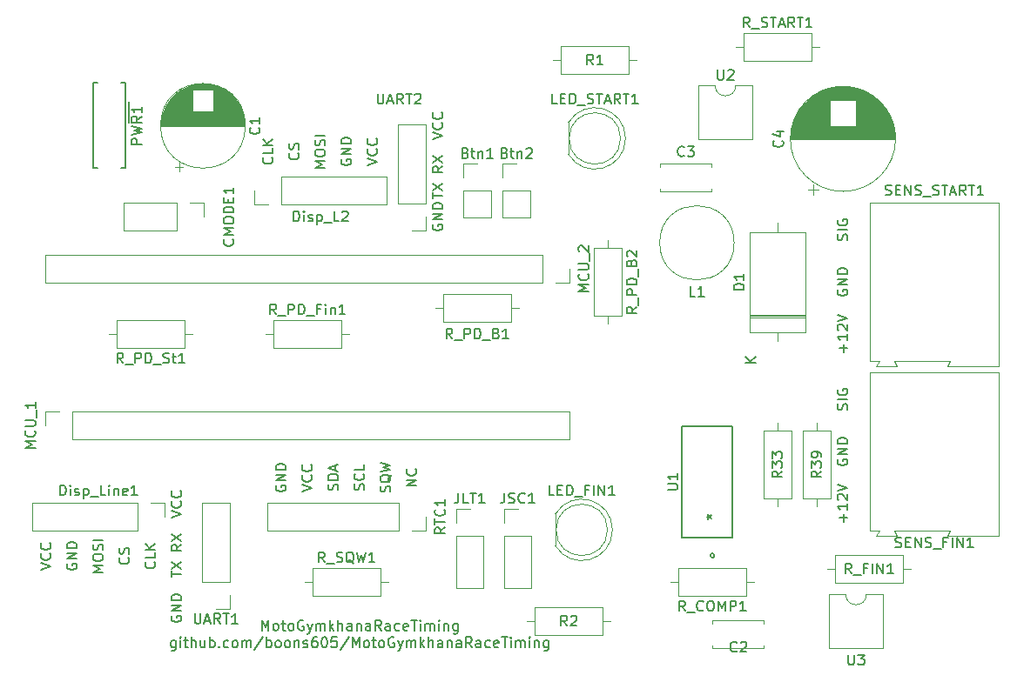
<source format=gbr>
G04 #@! TF.GenerationSoftware,KiCad,Pcbnew,(5.1.6)-1*
G04 #@! TF.CreationDate,2020-06-13T23:13:18+02:00*
G04 #@! TF.ProjectId,MotoGymkhanaRaceTiming,4d6f746f-4779-46d6-9b68-616e61526163,rev?*
G04 #@! TF.SameCoordinates,Original*
G04 #@! TF.FileFunction,Legend,Top*
G04 #@! TF.FilePolarity,Positive*
%FSLAX46Y46*%
G04 Gerber Fmt 4.6, Leading zero omitted, Abs format (unit mm)*
G04 Created by KiCad (PCBNEW (5.1.6)-1) date 2020-06-13 23:13:18*
%MOMM*%
%LPD*%
G01*
G04 APERTURE LIST*
%ADD10C,0.150000*%
%ADD11C,0.120000*%
%ADD12C,0.152400*%
G04 APERTURE END LIST*
D10*
X126366190Y-120277380D02*
X126366190Y-119277380D01*
X126699523Y-119991666D01*
X127032857Y-119277380D01*
X127032857Y-120277380D01*
X127651904Y-120277380D02*
X127556666Y-120229761D01*
X127509047Y-120182142D01*
X127461428Y-120086904D01*
X127461428Y-119801190D01*
X127509047Y-119705952D01*
X127556666Y-119658333D01*
X127651904Y-119610714D01*
X127794761Y-119610714D01*
X127890000Y-119658333D01*
X127937619Y-119705952D01*
X127985238Y-119801190D01*
X127985238Y-120086904D01*
X127937619Y-120182142D01*
X127890000Y-120229761D01*
X127794761Y-120277380D01*
X127651904Y-120277380D01*
X128270952Y-119610714D02*
X128651904Y-119610714D01*
X128413809Y-119277380D02*
X128413809Y-120134523D01*
X128461428Y-120229761D01*
X128556666Y-120277380D01*
X128651904Y-120277380D01*
X129128095Y-120277380D02*
X129032857Y-120229761D01*
X128985238Y-120182142D01*
X128937619Y-120086904D01*
X128937619Y-119801190D01*
X128985238Y-119705952D01*
X129032857Y-119658333D01*
X129128095Y-119610714D01*
X129270952Y-119610714D01*
X129366190Y-119658333D01*
X129413809Y-119705952D01*
X129461428Y-119801190D01*
X129461428Y-120086904D01*
X129413809Y-120182142D01*
X129366190Y-120229761D01*
X129270952Y-120277380D01*
X129128095Y-120277380D01*
X130413809Y-119325000D02*
X130318571Y-119277380D01*
X130175714Y-119277380D01*
X130032857Y-119325000D01*
X129937619Y-119420238D01*
X129890000Y-119515476D01*
X129842380Y-119705952D01*
X129842380Y-119848809D01*
X129890000Y-120039285D01*
X129937619Y-120134523D01*
X130032857Y-120229761D01*
X130175714Y-120277380D01*
X130270952Y-120277380D01*
X130413809Y-120229761D01*
X130461428Y-120182142D01*
X130461428Y-119848809D01*
X130270952Y-119848809D01*
X130794761Y-119610714D02*
X131032857Y-120277380D01*
X131270952Y-119610714D02*
X131032857Y-120277380D01*
X130937619Y-120515476D01*
X130890000Y-120563095D01*
X130794761Y-120610714D01*
X131651904Y-120277380D02*
X131651904Y-119610714D01*
X131651904Y-119705952D02*
X131699523Y-119658333D01*
X131794761Y-119610714D01*
X131937619Y-119610714D01*
X132032857Y-119658333D01*
X132080476Y-119753571D01*
X132080476Y-120277380D01*
X132080476Y-119753571D02*
X132128095Y-119658333D01*
X132223333Y-119610714D01*
X132366190Y-119610714D01*
X132461428Y-119658333D01*
X132509047Y-119753571D01*
X132509047Y-120277380D01*
X132985238Y-120277380D02*
X132985238Y-119277380D01*
X133080476Y-119896428D02*
X133366190Y-120277380D01*
X133366190Y-119610714D02*
X132985238Y-119991666D01*
X133794761Y-120277380D02*
X133794761Y-119277380D01*
X134223333Y-120277380D02*
X134223333Y-119753571D01*
X134175714Y-119658333D01*
X134080476Y-119610714D01*
X133937619Y-119610714D01*
X133842380Y-119658333D01*
X133794761Y-119705952D01*
X135128095Y-120277380D02*
X135128095Y-119753571D01*
X135080476Y-119658333D01*
X134985238Y-119610714D01*
X134794761Y-119610714D01*
X134699523Y-119658333D01*
X135128095Y-120229761D02*
X135032857Y-120277380D01*
X134794761Y-120277380D01*
X134699523Y-120229761D01*
X134651904Y-120134523D01*
X134651904Y-120039285D01*
X134699523Y-119944047D01*
X134794761Y-119896428D01*
X135032857Y-119896428D01*
X135128095Y-119848809D01*
X135604285Y-119610714D02*
X135604285Y-120277380D01*
X135604285Y-119705952D02*
X135651904Y-119658333D01*
X135747142Y-119610714D01*
X135890000Y-119610714D01*
X135985238Y-119658333D01*
X136032857Y-119753571D01*
X136032857Y-120277380D01*
X136937619Y-120277380D02*
X136937619Y-119753571D01*
X136890000Y-119658333D01*
X136794761Y-119610714D01*
X136604285Y-119610714D01*
X136509047Y-119658333D01*
X136937619Y-120229761D02*
X136842380Y-120277380D01*
X136604285Y-120277380D01*
X136509047Y-120229761D01*
X136461428Y-120134523D01*
X136461428Y-120039285D01*
X136509047Y-119944047D01*
X136604285Y-119896428D01*
X136842380Y-119896428D01*
X136937619Y-119848809D01*
X137985238Y-120277380D02*
X137651904Y-119801190D01*
X137413809Y-120277380D02*
X137413809Y-119277380D01*
X137794761Y-119277380D01*
X137890000Y-119325000D01*
X137937619Y-119372619D01*
X137985238Y-119467857D01*
X137985238Y-119610714D01*
X137937619Y-119705952D01*
X137890000Y-119753571D01*
X137794761Y-119801190D01*
X137413809Y-119801190D01*
X138842380Y-120277380D02*
X138842380Y-119753571D01*
X138794761Y-119658333D01*
X138699523Y-119610714D01*
X138509047Y-119610714D01*
X138413809Y-119658333D01*
X138842380Y-120229761D02*
X138747142Y-120277380D01*
X138509047Y-120277380D01*
X138413809Y-120229761D01*
X138366190Y-120134523D01*
X138366190Y-120039285D01*
X138413809Y-119944047D01*
X138509047Y-119896428D01*
X138747142Y-119896428D01*
X138842380Y-119848809D01*
X139747142Y-120229761D02*
X139651904Y-120277380D01*
X139461428Y-120277380D01*
X139366190Y-120229761D01*
X139318571Y-120182142D01*
X139270952Y-120086904D01*
X139270952Y-119801190D01*
X139318571Y-119705952D01*
X139366190Y-119658333D01*
X139461428Y-119610714D01*
X139651904Y-119610714D01*
X139747142Y-119658333D01*
X140556666Y-120229761D02*
X140461428Y-120277380D01*
X140270952Y-120277380D01*
X140175714Y-120229761D01*
X140128095Y-120134523D01*
X140128095Y-119753571D01*
X140175714Y-119658333D01*
X140270952Y-119610714D01*
X140461428Y-119610714D01*
X140556666Y-119658333D01*
X140604285Y-119753571D01*
X140604285Y-119848809D01*
X140128095Y-119944047D01*
X140890000Y-119277380D02*
X141461428Y-119277380D01*
X141175714Y-120277380D02*
X141175714Y-119277380D01*
X141794761Y-120277380D02*
X141794761Y-119610714D01*
X141794761Y-119277380D02*
X141747142Y-119325000D01*
X141794761Y-119372619D01*
X141842380Y-119325000D01*
X141794761Y-119277380D01*
X141794761Y-119372619D01*
X142270952Y-120277380D02*
X142270952Y-119610714D01*
X142270952Y-119705952D02*
X142318571Y-119658333D01*
X142413809Y-119610714D01*
X142556666Y-119610714D01*
X142651904Y-119658333D01*
X142699523Y-119753571D01*
X142699523Y-120277380D01*
X142699523Y-119753571D02*
X142747142Y-119658333D01*
X142842380Y-119610714D01*
X142985238Y-119610714D01*
X143080476Y-119658333D01*
X143128095Y-119753571D01*
X143128095Y-120277380D01*
X143604285Y-120277380D02*
X143604285Y-119610714D01*
X143604285Y-119277380D02*
X143556666Y-119325000D01*
X143604285Y-119372619D01*
X143651904Y-119325000D01*
X143604285Y-119277380D01*
X143604285Y-119372619D01*
X144080476Y-119610714D02*
X144080476Y-120277380D01*
X144080476Y-119705952D02*
X144128095Y-119658333D01*
X144223333Y-119610714D01*
X144366190Y-119610714D01*
X144461428Y-119658333D01*
X144509047Y-119753571D01*
X144509047Y-120277380D01*
X145413809Y-119610714D02*
X145413809Y-120420238D01*
X145366190Y-120515476D01*
X145318571Y-120563095D01*
X145223333Y-120610714D01*
X145080476Y-120610714D01*
X144985238Y-120563095D01*
X145413809Y-120229761D02*
X145318571Y-120277380D01*
X145128095Y-120277380D01*
X145032857Y-120229761D01*
X144985238Y-120182142D01*
X144937619Y-120086904D01*
X144937619Y-119801190D01*
X144985238Y-119705952D01*
X145032857Y-119658333D01*
X145128095Y-119610714D01*
X145318571Y-119610714D01*
X145413809Y-119658333D01*
X117985238Y-121260714D02*
X117985238Y-122070238D01*
X117937619Y-122165476D01*
X117890000Y-122213095D01*
X117794761Y-122260714D01*
X117651904Y-122260714D01*
X117556666Y-122213095D01*
X117985238Y-121879761D02*
X117890000Y-121927380D01*
X117699523Y-121927380D01*
X117604285Y-121879761D01*
X117556666Y-121832142D01*
X117509047Y-121736904D01*
X117509047Y-121451190D01*
X117556666Y-121355952D01*
X117604285Y-121308333D01*
X117699523Y-121260714D01*
X117890000Y-121260714D01*
X117985238Y-121308333D01*
X118461428Y-121927380D02*
X118461428Y-121260714D01*
X118461428Y-120927380D02*
X118413809Y-120975000D01*
X118461428Y-121022619D01*
X118509047Y-120975000D01*
X118461428Y-120927380D01*
X118461428Y-121022619D01*
X118794761Y-121260714D02*
X119175714Y-121260714D01*
X118937619Y-120927380D02*
X118937619Y-121784523D01*
X118985238Y-121879761D01*
X119080476Y-121927380D01*
X119175714Y-121927380D01*
X119509047Y-121927380D02*
X119509047Y-120927380D01*
X119937619Y-121927380D02*
X119937619Y-121403571D01*
X119890000Y-121308333D01*
X119794761Y-121260714D01*
X119651904Y-121260714D01*
X119556666Y-121308333D01*
X119509047Y-121355952D01*
X120842380Y-121260714D02*
X120842380Y-121927380D01*
X120413809Y-121260714D02*
X120413809Y-121784523D01*
X120461428Y-121879761D01*
X120556666Y-121927380D01*
X120699523Y-121927380D01*
X120794761Y-121879761D01*
X120842380Y-121832142D01*
X121318571Y-121927380D02*
X121318571Y-120927380D01*
X121318571Y-121308333D02*
X121413809Y-121260714D01*
X121604285Y-121260714D01*
X121699523Y-121308333D01*
X121747142Y-121355952D01*
X121794761Y-121451190D01*
X121794761Y-121736904D01*
X121747142Y-121832142D01*
X121699523Y-121879761D01*
X121604285Y-121927380D01*
X121413809Y-121927380D01*
X121318571Y-121879761D01*
X122223333Y-121832142D02*
X122270952Y-121879761D01*
X122223333Y-121927380D01*
X122175714Y-121879761D01*
X122223333Y-121832142D01*
X122223333Y-121927380D01*
X123128095Y-121879761D02*
X123032857Y-121927380D01*
X122842380Y-121927380D01*
X122747142Y-121879761D01*
X122699523Y-121832142D01*
X122651904Y-121736904D01*
X122651904Y-121451190D01*
X122699523Y-121355952D01*
X122747142Y-121308333D01*
X122842380Y-121260714D01*
X123032857Y-121260714D01*
X123128095Y-121308333D01*
X123699523Y-121927380D02*
X123604285Y-121879761D01*
X123556666Y-121832142D01*
X123509047Y-121736904D01*
X123509047Y-121451190D01*
X123556666Y-121355952D01*
X123604285Y-121308333D01*
X123699523Y-121260714D01*
X123842380Y-121260714D01*
X123937619Y-121308333D01*
X123985238Y-121355952D01*
X124032857Y-121451190D01*
X124032857Y-121736904D01*
X123985238Y-121832142D01*
X123937619Y-121879761D01*
X123842380Y-121927380D01*
X123699523Y-121927380D01*
X124461428Y-121927380D02*
X124461428Y-121260714D01*
X124461428Y-121355952D02*
X124509047Y-121308333D01*
X124604285Y-121260714D01*
X124747142Y-121260714D01*
X124842380Y-121308333D01*
X124890000Y-121403571D01*
X124890000Y-121927380D01*
X124890000Y-121403571D02*
X124937619Y-121308333D01*
X125032857Y-121260714D01*
X125175714Y-121260714D01*
X125270952Y-121308333D01*
X125318571Y-121403571D01*
X125318571Y-121927380D01*
X126509047Y-120879761D02*
X125651904Y-122165476D01*
X126842380Y-121927380D02*
X126842380Y-120927380D01*
X126842380Y-121308333D02*
X126937619Y-121260714D01*
X127128095Y-121260714D01*
X127223333Y-121308333D01*
X127270952Y-121355952D01*
X127318571Y-121451190D01*
X127318571Y-121736904D01*
X127270952Y-121832142D01*
X127223333Y-121879761D01*
X127128095Y-121927380D01*
X126937619Y-121927380D01*
X126842380Y-121879761D01*
X127890000Y-121927380D02*
X127794761Y-121879761D01*
X127747142Y-121832142D01*
X127699523Y-121736904D01*
X127699523Y-121451190D01*
X127747142Y-121355952D01*
X127794761Y-121308333D01*
X127890000Y-121260714D01*
X128032857Y-121260714D01*
X128128095Y-121308333D01*
X128175714Y-121355952D01*
X128223333Y-121451190D01*
X128223333Y-121736904D01*
X128175714Y-121832142D01*
X128128095Y-121879761D01*
X128032857Y-121927380D01*
X127890000Y-121927380D01*
X128794761Y-121927380D02*
X128699523Y-121879761D01*
X128651904Y-121832142D01*
X128604285Y-121736904D01*
X128604285Y-121451190D01*
X128651904Y-121355952D01*
X128699523Y-121308333D01*
X128794761Y-121260714D01*
X128937619Y-121260714D01*
X129032857Y-121308333D01*
X129080476Y-121355952D01*
X129128095Y-121451190D01*
X129128095Y-121736904D01*
X129080476Y-121832142D01*
X129032857Y-121879761D01*
X128937619Y-121927380D01*
X128794761Y-121927380D01*
X129556666Y-121260714D02*
X129556666Y-121927380D01*
X129556666Y-121355952D02*
X129604285Y-121308333D01*
X129699523Y-121260714D01*
X129842380Y-121260714D01*
X129937619Y-121308333D01*
X129985238Y-121403571D01*
X129985238Y-121927380D01*
X130413809Y-121879761D02*
X130509047Y-121927380D01*
X130699523Y-121927380D01*
X130794761Y-121879761D01*
X130842380Y-121784523D01*
X130842380Y-121736904D01*
X130794761Y-121641666D01*
X130699523Y-121594047D01*
X130556666Y-121594047D01*
X130461428Y-121546428D01*
X130413809Y-121451190D01*
X130413809Y-121403571D01*
X130461428Y-121308333D01*
X130556666Y-121260714D01*
X130699523Y-121260714D01*
X130794761Y-121308333D01*
X131699523Y-120927380D02*
X131509047Y-120927380D01*
X131413809Y-120975000D01*
X131366190Y-121022619D01*
X131270952Y-121165476D01*
X131223333Y-121355952D01*
X131223333Y-121736904D01*
X131270952Y-121832142D01*
X131318571Y-121879761D01*
X131413809Y-121927380D01*
X131604285Y-121927380D01*
X131699523Y-121879761D01*
X131747142Y-121832142D01*
X131794761Y-121736904D01*
X131794761Y-121498809D01*
X131747142Y-121403571D01*
X131699523Y-121355952D01*
X131604285Y-121308333D01*
X131413809Y-121308333D01*
X131318571Y-121355952D01*
X131270952Y-121403571D01*
X131223333Y-121498809D01*
X132413809Y-120927380D02*
X132509047Y-120927380D01*
X132604285Y-120975000D01*
X132651904Y-121022619D01*
X132699523Y-121117857D01*
X132747142Y-121308333D01*
X132747142Y-121546428D01*
X132699523Y-121736904D01*
X132651904Y-121832142D01*
X132604285Y-121879761D01*
X132509047Y-121927380D01*
X132413809Y-121927380D01*
X132318571Y-121879761D01*
X132270952Y-121832142D01*
X132223333Y-121736904D01*
X132175714Y-121546428D01*
X132175714Y-121308333D01*
X132223333Y-121117857D01*
X132270952Y-121022619D01*
X132318571Y-120975000D01*
X132413809Y-120927380D01*
X133651904Y-120927380D02*
X133175714Y-120927380D01*
X133128095Y-121403571D01*
X133175714Y-121355952D01*
X133270952Y-121308333D01*
X133509047Y-121308333D01*
X133604285Y-121355952D01*
X133651904Y-121403571D01*
X133699523Y-121498809D01*
X133699523Y-121736904D01*
X133651904Y-121832142D01*
X133604285Y-121879761D01*
X133509047Y-121927380D01*
X133270952Y-121927380D01*
X133175714Y-121879761D01*
X133128095Y-121832142D01*
X134842380Y-120879761D02*
X133985238Y-122165476D01*
X135175714Y-121927380D02*
X135175714Y-120927380D01*
X135509047Y-121641666D01*
X135842380Y-120927380D01*
X135842380Y-121927380D01*
X136461428Y-121927380D02*
X136366190Y-121879761D01*
X136318571Y-121832142D01*
X136270952Y-121736904D01*
X136270952Y-121451190D01*
X136318571Y-121355952D01*
X136366190Y-121308333D01*
X136461428Y-121260714D01*
X136604285Y-121260714D01*
X136699523Y-121308333D01*
X136747142Y-121355952D01*
X136794761Y-121451190D01*
X136794761Y-121736904D01*
X136747142Y-121832142D01*
X136699523Y-121879761D01*
X136604285Y-121927380D01*
X136461428Y-121927380D01*
X137080476Y-121260714D02*
X137461428Y-121260714D01*
X137223333Y-120927380D02*
X137223333Y-121784523D01*
X137270952Y-121879761D01*
X137366190Y-121927380D01*
X137461428Y-121927380D01*
X137937619Y-121927380D02*
X137842380Y-121879761D01*
X137794761Y-121832142D01*
X137747142Y-121736904D01*
X137747142Y-121451190D01*
X137794761Y-121355952D01*
X137842380Y-121308333D01*
X137937619Y-121260714D01*
X138080476Y-121260714D01*
X138175714Y-121308333D01*
X138223333Y-121355952D01*
X138270952Y-121451190D01*
X138270952Y-121736904D01*
X138223333Y-121832142D01*
X138175714Y-121879761D01*
X138080476Y-121927380D01*
X137937619Y-121927380D01*
X139223333Y-120975000D02*
X139128095Y-120927380D01*
X138985238Y-120927380D01*
X138842380Y-120975000D01*
X138747142Y-121070238D01*
X138699523Y-121165476D01*
X138651904Y-121355952D01*
X138651904Y-121498809D01*
X138699523Y-121689285D01*
X138747142Y-121784523D01*
X138842380Y-121879761D01*
X138985238Y-121927380D01*
X139080476Y-121927380D01*
X139223333Y-121879761D01*
X139270952Y-121832142D01*
X139270952Y-121498809D01*
X139080476Y-121498809D01*
X139604285Y-121260714D02*
X139842380Y-121927380D01*
X140080476Y-121260714D02*
X139842380Y-121927380D01*
X139747142Y-122165476D01*
X139699523Y-122213095D01*
X139604285Y-122260714D01*
X140461428Y-121927380D02*
X140461428Y-121260714D01*
X140461428Y-121355952D02*
X140509047Y-121308333D01*
X140604285Y-121260714D01*
X140747142Y-121260714D01*
X140842380Y-121308333D01*
X140890000Y-121403571D01*
X140890000Y-121927380D01*
X140890000Y-121403571D02*
X140937619Y-121308333D01*
X141032857Y-121260714D01*
X141175714Y-121260714D01*
X141270952Y-121308333D01*
X141318571Y-121403571D01*
X141318571Y-121927380D01*
X141794761Y-121927380D02*
X141794761Y-120927380D01*
X141890000Y-121546428D02*
X142175714Y-121927380D01*
X142175714Y-121260714D02*
X141794761Y-121641666D01*
X142604285Y-121927380D02*
X142604285Y-120927380D01*
X143032857Y-121927380D02*
X143032857Y-121403571D01*
X142985238Y-121308333D01*
X142890000Y-121260714D01*
X142747142Y-121260714D01*
X142651904Y-121308333D01*
X142604285Y-121355952D01*
X143937619Y-121927380D02*
X143937619Y-121403571D01*
X143890000Y-121308333D01*
X143794761Y-121260714D01*
X143604285Y-121260714D01*
X143509047Y-121308333D01*
X143937619Y-121879761D02*
X143842380Y-121927380D01*
X143604285Y-121927380D01*
X143509047Y-121879761D01*
X143461428Y-121784523D01*
X143461428Y-121689285D01*
X143509047Y-121594047D01*
X143604285Y-121546428D01*
X143842380Y-121546428D01*
X143937619Y-121498809D01*
X144413809Y-121260714D02*
X144413809Y-121927380D01*
X144413809Y-121355952D02*
X144461428Y-121308333D01*
X144556666Y-121260714D01*
X144699523Y-121260714D01*
X144794761Y-121308333D01*
X144842380Y-121403571D01*
X144842380Y-121927380D01*
X145747142Y-121927380D02*
X145747142Y-121403571D01*
X145699523Y-121308333D01*
X145604285Y-121260714D01*
X145413809Y-121260714D01*
X145318571Y-121308333D01*
X145747142Y-121879761D02*
X145651904Y-121927380D01*
X145413809Y-121927380D01*
X145318571Y-121879761D01*
X145270952Y-121784523D01*
X145270952Y-121689285D01*
X145318571Y-121594047D01*
X145413809Y-121546428D01*
X145651904Y-121546428D01*
X145747142Y-121498809D01*
X146794761Y-121927380D02*
X146461428Y-121451190D01*
X146223333Y-121927380D02*
X146223333Y-120927380D01*
X146604285Y-120927380D01*
X146699523Y-120975000D01*
X146747142Y-121022619D01*
X146794761Y-121117857D01*
X146794761Y-121260714D01*
X146747142Y-121355952D01*
X146699523Y-121403571D01*
X146604285Y-121451190D01*
X146223333Y-121451190D01*
X147651904Y-121927380D02*
X147651904Y-121403571D01*
X147604285Y-121308333D01*
X147509047Y-121260714D01*
X147318571Y-121260714D01*
X147223333Y-121308333D01*
X147651904Y-121879761D02*
X147556666Y-121927380D01*
X147318571Y-121927380D01*
X147223333Y-121879761D01*
X147175714Y-121784523D01*
X147175714Y-121689285D01*
X147223333Y-121594047D01*
X147318571Y-121546428D01*
X147556666Y-121546428D01*
X147651904Y-121498809D01*
X148556666Y-121879761D02*
X148461428Y-121927380D01*
X148270952Y-121927380D01*
X148175714Y-121879761D01*
X148128095Y-121832142D01*
X148080476Y-121736904D01*
X148080476Y-121451190D01*
X148128095Y-121355952D01*
X148175714Y-121308333D01*
X148270952Y-121260714D01*
X148461428Y-121260714D01*
X148556666Y-121308333D01*
X149366190Y-121879761D02*
X149270952Y-121927380D01*
X149080476Y-121927380D01*
X148985238Y-121879761D01*
X148937619Y-121784523D01*
X148937619Y-121403571D01*
X148985238Y-121308333D01*
X149080476Y-121260714D01*
X149270952Y-121260714D01*
X149366190Y-121308333D01*
X149413809Y-121403571D01*
X149413809Y-121498809D01*
X148937619Y-121594047D01*
X149699523Y-120927380D02*
X150270952Y-120927380D01*
X149985238Y-121927380D02*
X149985238Y-120927380D01*
X150604285Y-121927380D02*
X150604285Y-121260714D01*
X150604285Y-120927380D02*
X150556666Y-120975000D01*
X150604285Y-121022619D01*
X150651904Y-120975000D01*
X150604285Y-120927380D01*
X150604285Y-121022619D01*
X151080476Y-121927380D02*
X151080476Y-121260714D01*
X151080476Y-121355952D02*
X151128095Y-121308333D01*
X151223333Y-121260714D01*
X151366190Y-121260714D01*
X151461428Y-121308333D01*
X151509047Y-121403571D01*
X151509047Y-121927380D01*
X151509047Y-121403571D02*
X151556666Y-121308333D01*
X151651904Y-121260714D01*
X151794761Y-121260714D01*
X151890000Y-121308333D01*
X151937619Y-121403571D01*
X151937619Y-121927380D01*
X152413809Y-121927380D02*
X152413809Y-121260714D01*
X152413809Y-120927380D02*
X152366190Y-120975000D01*
X152413809Y-121022619D01*
X152461428Y-120975000D01*
X152413809Y-120927380D01*
X152413809Y-121022619D01*
X152890000Y-121260714D02*
X152890000Y-121927380D01*
X152890000Y-121355952D02*
X152937619Y-121308333D01*
X153032857Y-121260714D01*
X153175714Y-121260714D01*
X153270952Y-121308333D01*
X153318571Y-121403571D01*
X153318571Y-121927380D01*
X154223333Y-121260714D02*
X154223333Y-122070238D01*
X154175714Y-122165476D01*
X154128095Y-122213095D01*
X154032857Y-122260714D01*
X153890000Y-122260714D01*
X153794761Y-122213095D01*
X154223333Y-121879761D02*
X154128095Y-121927380D01*
X153937619Y-121927380D01*
X153842380Y-121879761D01*
X153794761Y-121832142D01*
X153747142Y-121736904D01*
X153747142Y-121451190D01*
X153794761Y-121355952D01*
X153842380Y-121308333D01*
X153937619Y-121260714D01*
X154128095Y-121260714D01*
X154223333Y-121308333D01*
D11*
X142300000Y-109220000D02*
X142300000Y-110550000D01*
X142300000Y-110550000D02*
X140970000Y-110550000D01*
X139700000Y-110550000D02*
X126940000Y-110550000D01*
X126940000Y-107890000D02*
X126940000Y-110550000D01*
X139700000Y-107890000D02*
X126940000Y-107890000D01*
X139700000Y-107890000D02*
X139700000Y-110550000D01*
X142300000Y-71060000D02*
X139640000Y-71060000D01*
X142300000Y-78740000D02*
X142300000Y-71060000D01*
X139640000Y-78740000D02*
X139640000Y-71060000D01*
X142300000Y-78740000D02*
X139640000Y-78740000D01*
X142300000Y-80010000D02*
X142300000Y-81340000D01*
X142300000Y-81340000D02*
X140970000Y-81340000D01*
X198070000Y-94530000D02*
X198070000Y-78630000D01*
X193020000Y-94530000D02*
X198070000Y-94530000D01*
X193270000Y-94030000D02*
X193020000Y-94530000D01*
X187870000Y-94030000D02*
X193270000Y-94030000D01*
X188120000Y-94530000D02*
X187870000Y-94030000D01*
X186120000Y-94530000D02*
X188120000Y-94530000D01*
X186420000Y-94030000D02*
X186120000Y-94530000D01*
X185470000Y-94030000D02*
X186420000Y-94030000D01*
X185470000Y-78630000D02*
X185470000Y-94030000D01*
X198070000Y-78630000D02*
X185470000Y-78630000D01*
X198070000Y-111040000D02*
X198070000Y-95140000D01*
X193020000Y-111040000D02*
X198070000Y-111040000D01*
X193270000Y-110540000D02*
X193020000Y-111040000D01*
X187870000Y-110540000D02*
X193270000Y-110540000D01*
X188120000Y-111040000D02*
X187870000Y-110540000D01*
X186120000Y-111040000D02*
X188120000Y-111040000D01*
X186420000Y-110540000D02*
X186120000Y-111040000D01*
X185470000Y-110540000D02*
X186420000Y-110540000D01*
X185470000Y-95140000D02*
X185470000Y-110540000D01*
X198070000Y-95140000D02*
X185470000Y-95140000D01*
X123250000Y-107890000D02*
X120590000Y-107890000D01*
X123250000Y-115570000D02*
X123250000Y-107890000D01*
X120590000Y-115570000D02*
X120590000Y-107890000D01*
X123250000Y-115570000D02*
X120590000Y-115570000D01*
X123250000Y-116840000D02*
X123250000Y-118170000D01*
X123250000Y-118170000D02*
X121920000Y-118170000D01*
X104080000Y-107890000D02*
X104080000Y-110550000D01*
X114300000Y-107890000D02*
X104080000Y-107890000D01*
X114300000Y-110550000D02*
X104080000Y-110550000D01*
X114300000Y-107890000D02*
X114300000Y-110550000D01*
X115570000Y-107890000D02*
X116900000Y-107890000D01*
X116900000Y-107890000D02*
X116900000Y-109220000D01*
X138490000Y-78800000D02*
X138490000Y-76140000D01*
X128270000Y-78800000D02*
X138490000Y-78800000D01*
X128270000Y-76140000D02*
X138490000Y-76140000D01*
X128270000Y-78800000D02*
X128270000Y-76140000D01*
X127000000Y-78800000D02*
X125670000Y-78800000D01*
X125670000Y-78800000D02*
X125670000Y-77470000D01*
X117935000Y-75169698D02*
X118735000Y-75169698D01*
X118335000Y-75569698D02*
X118335000Y-74769698D01*
X120117000Y-67079000D02*
X121183000Y-67079000D01*
X119882000Y-67119000D02*
X121418000Y-67119000D01*
X119702000Y-67159000D02*
X121598000Y-67159000D01*
X119552000Y-67199000D02*
X121748000Y-67199000D01*
X119421000Y-67239000D02*
X121879000Y-67239000D01*
X119304000Y-67279000D02*
X121996000Y-67279000D01*
X119197000Y-67319000D02*
X122103000Y-67319000D01*
X119098000Y-67359000D02*
X122202000Y-67359000D01*
X119005000Y-67399000D02*
X122295000Y-67399000D01*
X118919000Y-67439000D02*
X122381000Y-67439000D01*
X118837000Y-67479000D02*
X122463000Y-67479000D01*
X118760000Y-67519000D02*
X122540000Y-67519000D01*
X118686000Y-67559000D02*
X122614000Y-67559000D01*
X118616000Y-67599000D02*
X122684000Y-67599000D01*
X121690000Y-67639000D02*
X122752000Y-67639000D01*
X118548000Y-67639000D02*
X119610000Y-67639000D01*
X121690000Y-67679000D02*
X122816000Y-67679000D01*
X118484000Y-67679000D02*
X119610000Y-67679000D01*
X121690000Y-67719000D02*
X122878000Y-67719000D01*
X118422000Y-67719000D02*
X119610000Y-67719000D01*
X121690000Y-67759000D02*
X122937000Y-67759000D01*
X118363000Y-67759000D02*
X119610000Y-67759000D01*
X121690000Y-67799000D02*
X122995000Y-67799000D01*
X118305000Y-67799000D02*
X119610000Y-67799000D01*
X121690000Y-67839000D02*
X123050000Y-67839000D01*
X118250000Y-67839000D02*
X119610000Y-67839000D01*
X121690000Y-67879000D02*
X123104000Y-67879000D01*
X118196000Y-67879000D02*
X119610000Y-67879000D01*
X121690000Y-67919000D02*
X123155000Y-67919000D01*
X118145000Y-67919000D02*
X119610000Y-67919000D01*
X121690000Y-67959000D02*
X123206000Y-67959000D01*
X118094000Y-67959000D02*
X119610000Y-67959000D01*
X121690000Y-67999000D02*
X123254000Y-67999000D01*
X118046000Y-67999000D02*
X119610000Y-67999000D01*
X121690000Y-68039000D02*
X123301000Y-68039000D01*
X117999000Y-68039000D02*
X119610000Y-68039000D01*
X121690000Y-68079000D02*
X123347000Y-68079000D01*
X117953000Y-68079000D02*
X119610000Y-68079000D01*
X121690000Y-68119000D02*
X123391000Y-68119000D01*
X117909000Y-68119000D02*
X119610000Y-68119000D01*
X121690000Y-68159000D02*
X123434000Y-68159000D01*
X117866000Y-68159000D02*
X119610000Y-68159000D01*
X121690000Y-68199000D02*
X123476000Y-68199000D01*
X117824000Y-68199000D02*
X119610000Y-68199000D01*
X121690000Y-68239000D02*
X123517000Y-68239000D01*
X117783000Y-68239000D02*
X119610000Y-68239000D01*
X121690000Y-68279000D02*
X123557000Y-68279000D01*
X117743000Y-68279000D02*
X119610000Y-68279000D01*
X121690000Y-68319000D02*
X123595000Y-68319000D01*
X117705000Y-68319000D02*
X119610000Y-68319000D01*
X121690000Y-68359000D02*
X123633000Y-68359000D01*
X117667000Y-68359000D02*
X119610000Y-68359000D01*
X121690000Y-68399000D02*
X123669000Y-68399000D01*
X117631000Y-68399000D02*
X119610000Y-68399000D01*
X121690000Y-68439000D02*
X123705000Y-68439000D01*
X117595000Y-68439000D02*
X119610000Y-68439000D01*
X121690000Y-68479000D02*
X123740000Y-68479000D01*
X117560000Y-68479000D02*
X119610000Y-68479000D01*
X121690000Y-68519000D02*
X123774000Y-68519000D01*
X117526000Y-68519000D02*
X119610000Y-68519000D01*
X121690000Y-68559000D02*
X123806000Y-68559000D01*
X117494000Y-68559000D02*
X119610000Y-68559000D01*
X121690000Y-68599000D02*
X123839000Y-68599000D01*
X117461000Y-68599000D02*
X119610000Y-68599000D01*
X121690000Y-68639000D02*
X123870000Y-68639000D01*
X117430000Y-68639000D02*
X119610000Y-68639000D01*
X121690000Y-68679000D02*
X123900000Y-68679000D01*
X117400000Y-68679000D02*
X119610000Y-68679000D01*
X121690000Y-68719000D02*
X123930000Y-68719000D01*
X117370000Y-68719000D02*
X119610000Y-68719000D01*
X121690000Y-68759000D02*
X123959000Y-68759000D01*
X117341000Y-68759000D02*
X119610000Y-68759000D01*
X121690000Y-68799000D02*
X123988000Y-68799000D01*
X117312000Y-68799000D02*
X119610000Y-68799000D01*
X121690000Y-68839000D02*
X124015000Y-68839000D01*
X117285000Y-68839000D02*
X119610000Y-68839000D01*
X121690000Y-68879000D02*
X124042000Y-68879000D01*
X117258000Y-68879000D02*
X119610000Y-68879000D01*
X121690000Y-68919000D02*
X124068000Y-68919000D01*
X117232000Y-68919000D02*
X119610000Y-68919000D01*
X121690000Y-68959000D02*
X124094000Y-68959000D01*
X117206000Y-68959000D02*
X119610000Y-68959000D01*
X121690000Y-68999000D02*
X124119000Y-68999000D01*
X117181000Y-68999000D02*
X119610000Y-68999000D01*
X121690000Y-69039000D02*
X124143000Y-69039000D01*
X117157000Y-69039000D02*
X119610000Y-69039000D01*
X121690000Y-69079000D02*
X124167000Y-69079000D01*
X117133000Y-69079000D02*
X119610000Y-69079000D01*
X121690000Y-69119000D02*
X124190000Y-69119000D01*
X117110000Y-69119000D02*
X119610000Y-69119000D01*
X121690000Y-69159000D02*
X124212000Y-69159000D01*
X117088000Y-69159000D02*
X119610000Y-69159000D01*
X121690000Y-69199000D02*
X124234000Y-69199000D01*
X117066000Y-69199000D02*
X119610000Y-69199000D01*
X121690000Y-69239000D02*
X124256000Y-69239000D01*
X117044000Y-69239000D02*
X119610000Y-69239000D01*
X121690000Y-69279000D02*
X124277000Y-69279000D01*
X117023000Y-69279000D02*
X119610000Y-69279000D01*
X121690000Y-69319000D02*
X124297000Y-69319000D01*
X117003000Y-69319000D02*
X119610000Y-69319000D01*
X121690000Y-69359000D02*
X124316000Y-69359000D01*
X116984000Y-69359000D02*
X119610000Y-69359000D01*
X121690000Y-69399000D02*
X124336000Y-69399000D01*
X116964000Y-69399000D02*
X119610000Y-69399000D01*
X121690000Y-69439000D02*
X124354000Y-69439000D01*
X116946000Y-69439000D02*
X119610000Y-69439000D01*
X121690000Y-69479000D02*
X124372000Y-69479000D01*
X116928000Y-69479000D02*
X119610000Y-69479000D01*
X121690000Y-69519000D02*
X124390000Y-69519000D01*
X116910000Y-69519000D02*
X119610000Y-69519000D01*
X121690000Y-69559000D02*
X124407000Y-69559000D01*
X116893000Y-69559000D02*
X119610000Y-69559000D01*
X121690000Y-69599000D02*
X124424000Y-69599000D01*
X116876000Y-69599000D02*
X119610000Y-69599000D01*
X121690000Y-69639000D02*
X124440000Y-69639000D01*
X116860000Y-69639000D02*
X119610000Y-69639000D01*
X121690000Y-69679000D02*
X124455000Y-69679000D01*
X116845000Y-69679000D02*
X119610000Y-69679000D01*
X116829000Y-69719000D02*
X124471000Y-69719000D01*
X116815000Y-69759000D02*
X124485000Y-69759000D01*
X116800000Y-69799000D02*
X124500000Y-69799000D01*
X116787000Y-69839000D02*
X124513000Y-69839000D01*
X116773000Y-69879000D02*
X124527000Y-69879000D01*
X116761000Y-69919000D02*
X124539000Y-69919000D01*
X116748000Y-69959000D02*
X124552000Y-69959000D01*
X116736000Y-69999000D02*
X124564000Y-69999000D01*
X116725000Y-70039000D02*
X124575000Y-70039000D01*
X116714000Y-70079000D02*
X124586000Y-70079000D01*
X116703000Y-70119000D02*
X124597000Y-70119000D01*
X116693000Y-70159000D02*
X124607000Y-70159000D01*
X116683000Y-70199000D02*
X124617000Y-70199000D01*
X116674000Y-70239000D02*
X124626000Y-70239000D01*
X116665000Y-70279000D02*
X124635000Y-70279000D01*
X116656000Y-70319000D02*
X124644000Y-70319000D01*
X116648000Y-70359000D02*
X124652000Y-70359000D01*
X116640000Y-70399000D02*
X124660000Y-70399000D01*
X116633000Y-70439000D02*
X124667000Y-70439000D01*
X116626000Y-70480000D02*
X124674000Y-70480000D01*
X116620000Y-70520000D02*
X124680000Y-70520000D01*
X116613000Y-70560000D02*
X124687000Y-70560000D01*
X116608000Y-70600000D02*
X124692000Y-70600000D01*
X116602000Y-70640000D02*
X124698000Y-70640000D01*
X116598000Y-70680000D02*
X124702000Y-70680000D01*
X116593000Y-70720000D02*
X124707000Y-70720000D01*
X116589000Y-70760000D02*
X124711000Y-70760000D01*
X116585000Y-70800000D02*
X124715000Y-70800000D01*
X116582000Y-70840000D02*
X124718000Y-70840000D01*
X116579000Y-70880000D02*
X124721000Y-70880000D01*
X116576000Y-70920000D02*
X124724000Y-70920000D01*
X116574000Y-70960000D02*
X124726000Y-70960000D01*
X116573000Y-71000000D02*
X124727000Y-71000000D01*
X116571000Y-71040000D02*
X124729000Y-71040000D01*
X116570000Y-71080000D02*
X124730000Y-71080000D01*
X116570000Y-71120000D02*
X124730000Y-71120000D01*
X116570000Y-71160000D02*
X124730000Y-71160000D01*
X124770000Y-71160000D02*
G75*
G03*
X124770000Y-71160000I-4120000J0D01*
G01*
X179505000Y-77409646D02*
X180505000Y-77409646D01*
X180005000Y-77909646D02*
X180005000Y-76909646D01*
X182281000Y-67349000D02*
X183479000Y-67349000D01*
X182018000Y-67389000D02*
X183742000Y-67389000D01*
X181818000Y-67429000D02*
X183942000Y-67429000D01*
X181650000Y-67469000D02*
X184110000Y-67469000D01*
X181502000Y-67509000D02*
X184258000Y-67509000D01*
X181370000Y-67549000D02*
X184390000Y-67549000D01*
X181250000Y-67589000D02*
X184510000Y-67589000D01*
X181138000Y-67629000D02*
X184622000Y-67629000D01*
X181034000Y-67669000D02*
X184726000Y-67669000D01*
X180936000Y-67709000D02*
X184824000Y-67709000D01*
X180843000Y-67749000D02*
X184917000Y-67749000D01*
X180755000Y-67789000D02*
X185005000Y-67789000D01*
X180671000Y-67829000D02*
X185089000Y-67829000D01*
X180591000Y-67869000D02*
X185169000Y-67869000D01*
X180515000Y-67909000D02*
X185245000Y-67909000D01*
X180441000Y-67949000D02*
X185319000Y-67949000D01*
X180370000Y-67989000D02*
X185390000Y-67989000D01*
X180301000Y-68029000D02*
X185459000Y-68029000D01*
X180235000Y-68069000D02*
X185525000Y-68069000D01*
X180171000Y-68109000D02*
X185589000Y-68109000D01*
X180110000Y-68149000D02*
X185650000Y-68149000D01*
X180050000Y-68189000D02*
X185710000Y-68189000D01*
X179991000Y-68229000D02*
X185769000Y-68229000D01*
X179935000Y-68269000D02*
X185825000Y-68269000D01*
X179880000Y-68309000D02*
X185880000Y-68309000D01*
X179826000Y-68349000D02*
X185934000Y-68349000D01*
X179774000Y-68389000D02*
X185986000Y-68389000D01*
X179724000Y-68429000D02*
X186036000Y-68429000D01*
X179674000Y-68469000D02*
X186086000Y-68469000D01*
X179626000Y-68509000D02*
X186134000Y-68509000D01*
X179579000Y-68549000D02*
X186181000Y-68549000D01*
X179533000Y-68589000D02*
X186227000Y-68589000D01*
X179488000Y-68629000D02*
X186272000Y-68629000D01*
X179444000Y-68669000D02*
X186316000Y-68669000D01*
X184121000Y-68709000D02*
X186358000Y-68709000D01*
X179402000Y-68709000D02*
X181639000Y-68709000D01*
X184121000Y-68749000D02*
X186400000Y-68749000D01*
X179360000Y-68749000D02*
X181639000Y-68749000D01*
X184121000Y-68789000D02*
X186441000Y-68789000D01*
X179319000Y-68789000D02*
X181639000Y-68789000D01*
X184121000Y-68829000D02*
X186481000Y-68829000D01*
X179279000Y-68829000D02*
X181639000Y-68829000D01*
X184121000Y-68869000D02*
X186520000Y-68869000D01*
X179240000Y-68869000D02*
X181639000Y-68869000D01*
X184121000Y-68909000D02*
X186559000Y-68909000D01*
X179201000Y-68909000D02*
X181639000Y-68909000D01*
X184121000Y-68949000D02*
X186596000Y-68949000D01*
X179164000Y-68949000D02*
X181639000Y-68949000D01*
X184121000Y-68989000D02*
X186633000Y-68989000D01*
X179127000Y-68989000D02*
X181639000Y-68989000D01*
X184121000Y-69029000D02*
X186669000Y-69029000D01*
X179091000Y-69029000D02*
X181639000Y-69029000D01*
X184121000Y-69069000D02*
X186704000Y-69069000D01*
X179056000Y-69069000D02*
X181639000Y-69069000D01*
X184121000Y-69109000D02*
X186738000Y-69109000D01*
X179022000Y-69109000D02*
X181639000Y-69109000D01*
X184121000Y-69149000D02*
X186772000Y-69149000D01*
X178988000Y-69149000D02*
X181639000Y-69149000D01*
X184121000Y-69189000D02*
X186805000Y-69189000D01*
X178955000Y-69189000D02*
X181639000Y-69189000D01*
X184121000Y-69229000D02*
X186837000Y-69229000D01*
X178923000Y-69229000D02*
X181639000Y-69229000D01*
X184121000Y-69269000D02*
X186869000Y-69269000D01*
X178891000Y-69269000D02*
X181639000Y-69269000D01*
X184121000Y-69309000D02*
X186900000Y-69309000D01*
X178860000Y-69309000D02*
X181639000Y-69309000D01*
X184121000Y-69349000D02*
X186930000Y-69349000D01*
X178830000Y-69349000D02*
X181639000Y-69349000D01*
X184121000Y-69389000D02*
X186960000Y-69389000D01*
X178800000Y-69389000D02*
X181639000Y-69389000D01*
X184121000Y-69429000D02*
X186990000Y-69429000D01*
X178770000Y-69429000D02*
X181639000Y-69429000D01*
X184121000Y-69469000D02*
X187018000Y-69469000D01*
X178742000Y-69469000D02*
X181639000Y-69469000D01*
X184121000Y-69509000D02*
X187046000Y-69509000D01*
X178714000Y-69509000D02*
X181639000Y-69509000D01*
X184121000Y-69549000D02*
X187074000Y-69549000D01*
X178686000Y-69549000D02*
X181639000Y-69549000D01*
X184121000Y-69589000D02*
X187101000Y-69589000D01*
X178659000Y-69589000D02*
X181639000Y-69589000D01*
X184121000Y-69629000D02*
X187127000Y-69629000D01*
X178633000Y-69629000D02*
X181639000Y-69629000D01*
X184121000Y-69669000D02*
X187153000Y-69669000D01*
X178607000Y-69669000D02*
X181639000Y-69669000D01*
X184121000Y-69709000D02*
X187178000Y-69709000D01*
X178582000Y-69709000D02*
X181639000Y-69709000D01*
X184121000Y-69749000D02*
X187203000Y-69749000D01*
X178557000Y-69749000D02*
X181639000Y-69749000D01*
X184121000Y-69789000D02*
X187227000Y-69789000D01*
X178533000Y-69789000D02*
X181639000Y-69789000D01*
X184121000Y-69829000D02*
X187251000Y-69829000D01*
X178509000Y-69829000D02*
X181639000Y-69829000D01*
X184121000Y-69869000D02*
X187275000Y-69869000D01*
X178485000Y-69869000D02*
X181639000Y-69869000D01*
X184121000Y-69909000D02*
X187297000Y-69909000D01*
X178463000Y-69909000D02*
X181639000Y-69909000D01*
X184121000Y-69949000D02*
X187320000Y-69949000D01*
X178440000Y-69949000D02*
X181639000Y-69949000D01*
X184121000Y-69989000D02*
X187342000Y-69989000D01*
X178418000Y-69989000D02*
X181639000Y-69989000D01*
X184121000Y-70029000D02*
X187363000Y-70029000D01*
X178397000Y-70029000D02*
X181639000Y-70029000D01*
X184121000Y-70069000D02*
X187384000Y-70069000D01*
X178376000Y-70069000D02*
X181639000Y-70069000D01*
X184121000Y-70109000D02*
X187405000Y-70109000D01*
X178355000Y-70109000D02*
X181639000Y-70109000D01*
X184121000Y-70149000D02*
X187425000Y-70149000D01*
X178335000Y-70149000D02*
X181639000Y-70149000D01*
X184121000Y-70189000D02*
X187444000Y-70189000D01*
X178316000Y-70189000D02*
X181639000Y-70189000D01*
X184121000Y-70229000D02*
X187464000Y-70229000D01*
X178296000Y-70229000D02*
X181639000Y-70229000D01*
X184121000Y-70269000D02*
X187483000Y-70269000D01*
X178277000Y-70269000D02*
X181639000Y-70269000D01*
X184121000Y-70309000D02*
X187501000Y-70309000D01*
X178259000Y-70309000D02*
X181639000Y-70309000D01*
X184121000Y-70349000D02*
X187519000Y-70349000D01*
X178241000Y-70349000D02*
X181639000Y-70349000D01*
X184121000Y-70389000D02*
X187537000Y-70389000D01*
X178223000Y-70389000D02*
X181639000Y-70389000D01*
X184121000Y-70429000D02*
X187554000Y-70429000D01*
X178206000Y-70429000D02*
X181639000Y-70429000D01*
X184121000Y-70469000D02*
X187570000Y-70469000D01*
X178190000Y-70469000D02*
X181639000Y-70469000D01*
X184121000Y-70509000D02*
X187587000Y-70509000D01*
X178173000Y-70509000D02*
X181639000Y-70509000D01*
X184121000Y-70549000D02*
X187603000Y-70549000D01*
X178157000Y-70549000D02*
X181639000Y-70549000D01*
X184121000Y-70589000D02*
X187618000Y-70589000D01*
X178142000Y-70589000D02*
X181639000Y-70589000D01*
X184121000Y-70629000D02*
X187634000Y-70629000D01*
X178126000Y-70629000D02*
X181639000Y-70629000D01*
X184121000Y-70669000D02*
X187648000Y-70669000D01*
X178112000Y-70669000D02*
X181639000Y-70669000D01*
X184121000Y-70709000D02*
X187663000Y-70709000D01*
X178097000Y-70709000D02*
X181639000Y-70709000D01*
X184121000Y-70749000D02*
X187677000Y-70749000D01*
X178083000Y-70749000D02*
X181639000Y-70749000D01*
X184121000Y-70789000D02*
X187691000Y-70789000D01*
X178069000Y-70789000D02*
X181639000Y-70789000D01*
X184121000Y-70829000D02*
X187704000Y-70829000D01*
X178056000Y-70829000D02*
X181639000Y-70829000D01*
X184121000Y-70869000D02*
X187717000Y-70869000D01*
X178043000Y-70869000D02*
X181639000Y-70869000D01*
X184121000Y-70909000D02*
X187730000Y-70909000D01*
X178030000Y-70909000D02*
X181639000Y-70909000D01*
X184121000Y-70949000D02*
X187742000Y-70949000D01*
X178018000Y-70949000D02*
X181639000Y-70949000D01*
X184121000Y-70989000D02*
X187754000Y-70989000D01*
X178006000Y-70989000D02*
X181639000Y-70989000D01*
X184121000Y-71029000D02*
X187765000Y-71029000D01*
X177995000Y-71029000D02*
X181639000Y-71029000D01*
X184121000Y-71069000D02*
X187777000Y-71069000D01*
X177983000Y-71069000D02*
X181639000Y-71069000D01*
X184121000Y-71109000D02*
X187787000Y-71109000D01*
X177973000Y-71109000D02*
X181639000Y-71109000D01*
X184121000Y-71149000D02*
X187798000Y-71149000D01*
X177962000Y-71149000D02*
X181639000Y-71149000D01*
X177952000Y-71189000D02*
X187808000Y-71189000D01*
X177942000Y-71229000D02*
X187818000Y-71229000D01*
X177933000Y-71269000D02*
X187827000Y-71269000D01*
X177924000Y-71309000D02*
X187836000Y-71309000D01*
X177915000Y-71349000D02*
X187845000Y-71349000D01*
X177906000Y-71389000D02*
X187854000Y-71389000D01*
X177898000Y-71429000D02*
X187862000Y-71429000D01*
X177890000Y-71469000D02*
X187870000Y-71469000D01*
X177883000Y-71509000D02*
X187877000Y-71509000D01*
X177876000Y-71549000D02*
X187884000Y-71549000D01*
X177869000Y-71589000D02*
X187891000Y-71589000D01*
X177862000Y-71629000D02*
X187898000Y-71629000D01*
X177856000Y-71669000D02*
X187904000Y-71669000D01*
X177850000Y-71709000D02*
X187910000Y-71709000D01*
X177845000Y-71750000D02*
X187915000Y-71750000D01*
X177840000Y-71790000D02*
X187920000Y-71790000D01*
X177835000Y-71830000D02*
X187925000Y-71830000D01*
X177830000Y-71870000D02*
X187930000Y-71870000D01*
X177826000Y-71910000D02*
X187934000Y-71910000D01*
X177822000Y-71950000D02*
X187938000Y-71950000D01*
X177818000Y-71990000D02*
X187942000Y-71990000D01*
X177815000Y-72030000D02*
X187945000Y-72030000D01*
X177812000Y-72070000D02*
X187948000Y-72070000D01*
X177810000Y-72110000D02*
X187950000Y-72110000D01*
X177807000Y-72150000D02*
X187953000Y-72150000D01*
X177805000Y-72190000D02*
X187955000Y-72190000D01*
X177803000Y-72230000D02*
X187957000Y-72230000D01*
X177802000Y-72270000D02*
X187958000Y-72270000D01*
X177801000Y-72310000D02*
X187959000Y-72310000D01*
X177800000Y-72350000D02*
X187960000Y-72350000D01*
X177800000Y-72390000D02*
X187960000Y-72390000D01*
X177800000Y-72430000D02*
X187960000Y-72430000D01*
X188000000Y-72430000D02*
G75*
G03*
X188000000Y-72430000I-5120000J0D01*
G01*
X173260000Y-62130000D02*
X173260000Y-64870000D01*
X173260000Y-64870000D02*
X179800000Y-64870000D01*
X179800000Y-64870000D02*
X179800000Y-62130000D01*
X179800000Y-62130000D02*
X173260000Y-62130000D01*
X172490000Y-63500000D02*
X173260000Y-63500000D01*
X180570000Y-63500000D02*
X179800000Y-63500000D01*
X145275001Y-116185001D02*
X147935001Y-116185001D01*
X145275001Y-111045001D02*
X145275001Y-116185001D01*
X147935001Y-111045001D02*
X147935001Y-116185001D01*
X145275001Y-111045001D02*
X147935001Y-111045001D01*
X145275001Y-109775001D02*
X145275001Y-108445001D01*
X145275001Y-108445001D02*
X146605001Y-108445001D01*
D12*
X172148500Y-111213900D02*
X172148500Y-100418900D01*
X172148500Y-100418900D02*
X167195500Y-100418900D01*
X167195500Y-100418900D02*
X167195500Y-111213900D01*
X167195500Y-111213900D02*
X172148500Y-111213900D01*
X170383200Y-112991900D02*
G75*
G03*
X170383200Y-112991900I-203200J0D01*
G01*
D11*
X172300000Y-82550000D02*
G75*
G03*
X172300000Y-82550000I-3620000J0D01*
G01*
X170070000Y-77255000D02*
X170070000Y-77570000D01*
X170070000Y-74830000D02*
X170070000Y-75145000D01*
X165130000Y-77255000D02*
X165130000Y-77570000D01*
X165130000Y-74830000D02*
X165130000Y-75145000D01*
X165130000Y-77570000D02*
X170070000Y-77570000D01*
X165130000Y-74830000D02*
X170070000Y-74830000D01*
X175150000Y-121705000D02*
X175150000Y-122020000D01*
X175150000Y-119280000D02*
X175150000Y-119595000D01*
X170210000Y-121705000D02*
X170210000Y-122020000D01*
X170210000Y-119280000D02*
X170210000Y-119595000D01*
X170210000Y-122020000D02*
X175150000Y-122020000D01*
X170210000Y-119280000D02*
X175150000Y-119280000D01*
X160020000Y-90400000D02*
X160020000Y-89630000D01*
X160020000Y-82320000D02*
X160020000Y-83090000D01*
X161390000Y-89630000D02*
X161390000Y-83090000D01*
X158650000Y-89630000D02*
X161390000Y-89630000D01*
X158650000Y-83090000D02*
X158650000Y-89630000D01*
X161390000Y-83090000D02*
X158650000Y-83090000D01*
X151360000Y-88900000D02*
X150590000Y-88900000D01*
X143280000Y-88900000D02*
X144050000Y-88900000D01*
X150590000Y-87530000D02*
X144050000Y-87530000D01*
X150590000Y-90270000D02*
X150590000Y-87530000D01*
X144050000Y-90270000D02*
X150590000Y-90270000D01*
X144050000Y-87530000D02*
X144050000Y-90270000D01*
X180340000Y-108180000D02*
X180340000Y-107410000D01*
X180340000Y-100100000D02*
X180340000Y-100870000D01*
X181710000Y-107410000D02*
X181710000Y-100870000D01*
X178970000Y-107410000D02*
X181710000Y-107410000D01*
X178970000Y-100870000D02*
X178970000Y-107410000D01*
X181710000Y-100870000D02*
X178970000Y-100870000D01*
X176530000Y-100100000D02*
X176530000Y-100870000D01*
X176530000Y-108180000D02*
X176530000Y-107410000D01*
X175160000Y-100870000D02*
X175160000Y-107410000D01*
X177900000Y-100870000D02*
X175160000Y-100870000D01*
X177900000Y-107410000D02*
X177900000Y-100870000D01*
X175160000Y-107410000D02*
X177900000Y-107410000D01*
X149800000Y-74870000D02*
X151130000Y-74870000D01*
X149800000Y-76200000D02*
X149800000Y-74870000D01*
X149800000Y-77470000D02*
X152460000Y-77470000D01*
X152460000Y-77470000D02*
X152460000Y-80070000D01*
X149800000Y-77470000D02*
X149800000Y-80070000D01*
X149800000Y-80070000D02*
X152460000Y-80070000D01*
X145990000Y-74870000D02*
X147320000Y-74870000D01*
X145990000Y-76200000D02*
X145990000Y-74870000D01*
X145990000Y-77470000D02*
X148650000Y-77470000D01*
X148650000Y-77470000D02*
X148650000Y-80070000D01*
X145990000Y-77470000D02*
X145990000Y-80070000D01*
X145990000Y-80070000D02*
X148650000Y-80070000D01*
X112970000Y-78680000D02*
X112970000Y-81340000D01*
X118110000Y-78680000D02*
X112970000Y-78680000D01*
X118110000Y-81340000D02*
X112970000Y-81340000D01*
X118110000Y-78680000D02*
X118110000Y-81340000D01*
X119380000Y-78680000D02*
X120710000Y-78680000D01*
X120710000Y-78680000D02*
X120710000Y-80010000D01*
X149925001Y-116185001D02*
X152585001Y-116185001D01*
X149925001Y-111045001D02*
X149925001Y-116185001D01*
X152585001Y-111045001D02*
X152585001Y-116185001D01*
X149925001Y-111045001D02*
X152585001Y-111045001D01*
X149925001Y-109775001D02*
X149925001Y-108445001D01*
X149925001Y-108445001D02*
X151255001Y-108445001D01*
X183150000Y-116780000D02*
X181500000Y-116780000D01*
X181500000Y-116780000D02*
X181500000Y-121980000D01*
X181500000Y-121980000D02*
X186800000Y-121980000D01*
X186800000Y-121980000D02*
X186800000Y-116780000D01*
X186800000Y-116780000D02*
X185150000Y-116780000D01*
X185150000Y-116780000D02*
G75*
G02*
X183150000Y-116780000I-1000000J0D01*
G01*
X170450000Y-67250000D02*
X168800000Y-67250000D01*
X168800000Y-67250000D02*
X168800000Y-72450000D01*
X168800000Y-72450000D02*
X174100000Y-72450000D01*
X174100000Y-72450000D02*
X174100000Y-67250000D01*
X174100000Y-67250000D02*
X172450000Y-67250000D01*
X172450000Y-67250000D02*
G75*
G02*
X170450000Y-67250000I-1000000J0D01*
G01*
X131350000Y-114200000D02*
X131350000Y-116940000D01*
X131350000Y-116940000D02*
X137890000Y-116940000D01*
X137890000Y-116940000D02*
X137890000Y-114200000D01*
X137890000Y-114200000D02*
X131350000Y-114200000D01*
X130580000Y-115570000D02*
X131350000Y-115570000D01*
X138660000Y-115570000D02*
X137890000Y-115570000D01*
X118840000Y-92810000D02*
X118840000Y-90070000D01*
X118840000Y-90070000D02*
X112300000Y-90070000D01*
X112300000Y-90070000D02*
X112300000Y-92810000D01*
X112300000Y-92810000D02*
X118840000Y-92810000D01*
X119610000Y-91440000D02*
X118840000Y-91440000D01*
X111530000Y-91440000D02*
X112300000Y-91440000D01*
X127540000Y-90070000D02*
X127540000Y-92810000D01*
X127540000Y-92810000D02*
X134080000Y-92810000D01*
X134080000Y-92810000D02*
X134080000Y-90070000D01*
X134080000Y-90070000D02*
X127540000Y-90070000D01*
X126770000Y-91440000D02*
X127540000Y-91440000D01*
X134850000Y-91440000D02*
X134080000Y-91440000D01*
X188690000Y-115670000D02*
X188690000Y-112930000D01*
X188690000Y-112930000D02*
X182150000Y-112930000D01*
X182150000Y-112930000D02*
X182150000Y-115670000D01*
X182150000Y-115670000D02*
X188690000Y-115670000D01*
X189460000Y-114300000D02*
X188690000Y-114300000D01*
X181380000Y-114300000D02*
X182150000Y-114300000D01*
X173450000Y-116940000D02*
X173450000Y-114200000D01*
X173450000Y-114200000D02*
X166910000Y-114200000D01*
X166910000Y-114200000D02*
X166910000Y-116940000D01*
X166910000Y-116940000D02*
X173450000Y-116940000D01*
X174220000Y-115570000D02*
X173450000Y-115570000D01*
X166140000Y-115570000D02*
X166910000Y-115570000D01*
X159480000Y-120750000D02*
X159480000Y-118010000D01*
X159480000Y-118010000D02*
X152940000Y-118010000D01*
X152940000Y-118010000D02*
X152940000Y-120750000D01*
X152940000Y-120750000D02*
X159480000Y-120750000D01*
X160250000Y-119380000D02*
X159480000Y-119380000D01*
X152170000Y-119380000D02*
X152940000Y-119380000D01*
X154710000Y-64770000D02*
X155480000Y-64770000D01*
X162790000Y-64770000D02*
X162020000Y-64770000D01*
X155480000Y-66140000D02*
X162020000Y-66140000D01*
X155480000Y-63400000D02*
X155480000Y-66140000D01*
X162020000Y-63400000D02*
X155480000Y-63400000D01*
X162020000Y-66140000D02*
X162020000Y-63400000D01*
D10*
X112665000Y-67000000D02*
X113140000Y-67000000D01*
X113140000Y-67000000D02*
X113140000Y-75300000D01*
X113140000Y-75300000D02*
X112665000Y-75300000D01*
X110415000Y-67000000D02*
X109940000Y-67000000D01*
X109940000Y-67000000D02*
X109940000Y-75300000D01*
X109940000Y-75300000D02*
X110415000Y-75300000D01*
X113440000Y-68850000D02*
X113440000Y-70850000D01*
D11*
X153670000Y-83760000D02*
X153670000Y-86420000D01*
X153670000Y-83760000D02*
X105350000Y-83760000D01*
X105350000Y-83760000D02*
X105350000Y-86420000D01*
X153670000Y-86420000D02*
X105350000Y-86420000D01*
X156270000Y-86420000D02*
X154940000Y-86420000D01*
X156270000Y-85090000D02*
X156270000Y-86420000D01*
X107950000Y-101660000D02*
X107950000Y-99000000D01*
X107950000Y-101660000D02*
X156270000Y-101660000D01*
X156270000Y-101660000D02*
X156270000Y-99000000D01*
X107950000Y-99000000D02*
X156270000Y-99000000D01*
X105350000Y-99000000D02*
X106680000Y-99000000D01*
X105350000Y-100330000D02*
X105350000Y-99000000D01*
X161250000Y-72390000D02*
G75*
G03*
X161250000Y-72390000I-2500000J0D01*
G01*
X156190000Y-70845000D02*
X156190000Y-73935000D01*
X161740000Y-72389538D02*
G75*
G02*
X156190000Y-73934830I-2990000J-462D01*
G01*
X161740000Y-72390462D02*
G75*
G03*
X156190000Y-70845170I-2990000J462D01*
G01*
X159980000Y-110490000D02*
G75*
G03*
X159980000Y-110490000I-2500000J0D01*
G01*
X154920000Y-108945000D02*
X154920000Y-112035000D01*
X160470000Y-110489538D02*
G75*
G02*
X154920000Y-112034830I-2990000J-462D01*
G01*
X160470000Y-110490462D02*
G75*
G03*
X154920000Y-108945170I-2990000J462D01*
G01*
X173810000Y-91230000D02*
X179250000Y-91230000D01*
X179250000Y-91230000D02*
X179250000Y-81490000D01*
X179250000Y-81490000D02*
X173810000Y-81490000D01*
X173810000Y-81490000D02*
X173810000Y-91230000D01*
X176530000Y-92140000D02*
X176530000Y-91230000D01*
X176530000Y-80580000D02*
X176530000Y-81490000D01*
X173810000Y-89685000D02*
X179250000Y-89685000D01*
X173810000Y-89565000D02*
X179250000Y-89565000D01*
X173810000Y-89805000D02*
X179250000Y-89805000D01*
D10*
X144192380Y-110267619D02*
X143716190Y-110600952D01*
X144192380Y-110839047D02*
X143192380Y-110839047D01*
X143192380Y-110458095D01*
X143240000Y-110362857D01*
X143287619Y-110315238D01*
X143382857Y-110267619D01*
X143525714Y-110267619D01*
X143620952Y-110315238D01*
X143668571Y-110362857D01*
X143716190Y-110458095D01*
X143716190Y-110839047D01*
X143192380Y-109981904D02*
X143192380Y-109410476D01*
X144192380Y-109696190D02*
X143192380Y-109696190D01*
X144097142Y-108505714D02*
X144144761Y-108553333D01*
X144192380Y-108696190D01*
X144192380Y-108791428D01*
X144144761Y-108934285D01*
X144049523Y-109029523D01*
X143954285Y-109077142D01*
X143763809Y-109124761D01*
X143620952Y-109124761D01*
X143430476Y-109077142D01*
X143335238Y-109029523D01*
X143240000Y-108934285D01*
X143192380Y-108791428D01*
X143192380Y-108696190D01*
X143240000Y-108553333D01*
X143287619Y-108505714D01*
X144192380Y-107553333D02*
X144192380Y-108124761D01*
X144192380Y-107839047D02*
X143192380Y-107839047D01*
X143335238Y-107934285D01*
X143430476Y-108029523D01*
X143478095Y-108124761D01*
X127770000Y-106171904D02*
X127722380Y-106267142D01*
X127722380Y-106410000D01*
X127770000Y-106552857D01*
X127865238Y-106648095D01*
X127960476Y-106695714D01*
X128150952Y-106743333D01*
X128293809Y-106743333D01*
X128484285Y-106695714D01*
X128579523Y-106648095D01*
X128674761Y-106552857D01*
X128722380Y-106410000D01*
X128722380Y-106314761D01*
X128674761Y-106171904D01*
X128627142Y-106124285D01*
X128293809Y-106124285D01*
X128293809Y-106314761D01*
X128722380Y-105695714D02*
X127722380Y-105695714D01*
X128722380Y-105124285D01*
X127722380Y-105124285D01*
X128722380Y-104648095D02*
X127722380Y-104648095D01*
X127722380Y-104410000D01*
X127770000Y-104267142D01*
X127865238Y-104171904D01*
X127960476Y-104124285D01*
X128150952Y-104076666D01*
X128293809Y-104076666D01*
X128484285Y-104124285D01*
X128579523Y-104171904D01*
X128674761Y-104267142D01*
X128722380Y-104410000D01*
X128722380Y-104648095D01*
X130262380Y-106743333D02*
X131262380Y-106410000D01*
X130262380Y-106076666D01*
X131167142Y-105171904D02*
X131214761Y-105219523D01*
X131262380Y-105362380D01*
X131262380Y-105457619D01*
X131214761Y-105600476D01*
X131119523Y-105695714D01*
X131024285Y-105743333D01*
X130833809Y-105790952D01*
X130690952Y-105790952D01*
X130500476Y-105743333D01*
X130405238Y-105695714D01*
X130310000Y-105600476D01*
X130262380Y-105457619D01*
X130262380Y-105362380D01*
X130310000Y-105219523D01*
X130357619Y-105171904D01*
X131167142Y-104171904D02*
X131214761Y-104219523D01*
X131262380Y-104362380D01*
X131262380Y-104457619D01*
X131214761Y-104600476D01*
X131119523Y-104695714D01*
X131024285Y-104743333D01*
X130833809Y-104790952D01*
X130690952Y-104790952D01*
X130500476Y-104743333D01*
X130405238Y-104695714D01*
X130310000Y-104600476D01*
X130262380Y-104457619D01*
X130262380Y-104362380D01*
X130310000Y-104219523D01*
X130357619Y-104171904D01*
X133754761Y-106624285D02*
X133802380Y-106481428D01*
X133802380Y-106243333D01*
X133754761Y-106148095D01*
X133707142Y-106100476D01*
X133611904Y-106052857D01*
X133516666Y-106052857D01*
X133421428Y-106100476D01*
X133373809Y-106148095D01*
X133326190Y-106243333D01*
X133278571Y-106433809D01*
X133230952Y-106529047D01*
X133183333Y-106576666D01*
X133088095Y-106624285D01*
X132992857Y-106624285D01*
X132897619Y-106576666D01*
X132850000Y-106529047D01*
X132802380Y-106433809D01*
X132802380Y-106195714D01*
X132850000Y-106052857D01*
X133802380Y-105624285D02*
X132802380Y-105624285D01*
X132802380Y-105386190D01*
X132850000Y-105243333D01*
X132945238Y-105148095D01*
X133040476Y-105100476D01*
X133230952Y-105052857D01*
X133373809Y-105052857D01*
X133564285Y-105100476D01*
X133659523Y-105148095D01*
X133754761Y-105243333D01*
X133802380Y-105386190D01*
X133802380Y-105624285D01*
X133516666Y-104671904D02*
X133516666Y-104195714D01*
X133802380Y-104767142D02*
X132802380Y-104433809D01*
X133802380Y-104100476D01*
X136294761Y-106600476D02*
X136342380Y-106457619D01*
X136342380Y-106219523D01*
X136294761Y-106124285D01*
X136247142Y-106076666D01*
X136151904Y-106029047D01*
X136056666Y-106029047D01*
X135961428Y-106076666D01*
X135913809Y-106124285D01*
X135866190Y-106219523D01*
X135818571Y-106410000D01*
X135770952Y-106505238D01*
X135723333Y-106552857D01*
X135628095Y-106600476D01*
X135532857Y-106600476D01*
X135437619Y-106552857D01*
X135390000Y-106505238D01*
X135342380Y-106410000D01*
X135342380Y-106171904D01*
X135390000Y-106029047D01*
X136247142Y-105029047D02*
X136294761Y-105076666D01*
X136342380Y-105219523D01*
X136342380Y-105314761D01*
X136294761Y-105457619D01*
X136199523Y-105552857D01*
X136104285Y-105600476D01*
X135913809Y-105648095D01*
X135770952Y-105648095D01*
X135580476Y-105600476D01*
X135485238Y-105552857D01*
X135390000Y-105457619D01*
X135342380Y-105314761D01*
X135342380Y-105219523D01*
X135390000Y-105076666D01*
X135437619Y-105029047D01*
X136342380Y-104124285D02*
X136342380Y-104600476D01*
X135342380Y-104600476D01*
X138834761Y-106790952D02*
X138882380Y-106648095D01*
X138882380Y-106410000D01*
X138834761Y-106314761D01*
X138787142Y-106267142D01*
X138691904Y-106219523D01*
X138596666Y-106219523D01*
X138501428Y-106267142D01*
X138453809Y-106314761D01*
X138406190Y-106410000D01*
X138358571Y-106600476D01*
X138310952Y-106695714D01*
X138263333Y-106743333D01*
X138168095Y-106790952D01*
X138072857Y-106790952D01*
X137977619Y-106743333D01*
X137930000Y-106695714D01*
X137882380Y-106600476D01*
X137882380Y-106362380D01*
X137930000Y-106219523D01*
X138977619Y-105124285D02*
X138930000Y-105219523D01*
X138834761Y-105314761D01*
X138691904Y-105457619D01*
X138644285Y-105552857D01*
X138644285Y-105648095D01*
X138882380Y-105600476D02*
X138834761Y-105695714D01*
X138739523Y-105790952D01*
X138549047Y-105838571D01*
X138215714Y-105838571D01*
X138025238Y-105790952D01*
X137930000Y-105695714D01*
X137882380Y-105600476D01*
X137882380Y-105410000D01*
X137930000Y-105314761D01*
X138025238Y-105219523D01*
X138215714Y-105171904D01*
X138549047Y-105171904D01*
X138739523Y-105219523D01*
X138834761Y-105314761D01*
X138882380Y-105410000D01*
X138882380Y-105600476D01*
X137882380Y-104838571D02*
X138882380Y-104600476D01*
X138168095Y-104410000D01*
X138882380Y-104219523D01*
X137882380Y-103981428D01*
X141422380Y-106195714D02*
X140422380Y-106195714D01*
X141422380Y-105624285D01*
X140422380Y-105624285D01*
X141327142Y-104576666D02*
X141374761Y-104624285D01*
X141422380Y-104767142D01*
X141422380Y-104862380D01*
X141374761Y-105005238D01*
X141279523Y-105100476D01*
X141184285Y-105148095D01*
X140993809Y-105195714D01*
X140850952Y-105195714D01*
X140660476Y-105148095D01*
X140565238Y-105100476D01*
X140470000Y-105005238D01*
X140422380Y-104862380D01*
X140422380Y-104767142D01*
X140470000Y-104624285D01*
X140517619Y-104576666D01*
X137628571Y-68032380D02*
X137628571Y-68841904D01*
X137676190Y-68937142D01*
X137723809Y-68984761D01*
X137819047Y-69032380D01*
X138009523Y-69032380D01*
X138104761Y-68984761D01*
X138152380Y-68937142D01*
X138200000Y-68841904D01*
X138200000Y-68032380D01*
X138628571Y-68746666D02*
X139104761Y-68746666D01*
X138533333Y-69032380D02*
X138866666Y-68032380D01*
X139200000Y-69032380D01*
X140104761Y-69032380D02*
X139771428Y-68556190D01*
X139533333Y-69032380D02*
X139533333Y-68032380D01*
X139914285Y-68032380D01*
X140009523Y-68080000D01*
X140057142Y-68127619D01*
X140104761Y-68222857D01*
X140104761Y-68365714D01*
X140057142Y-68460952D01*
X140009523Y-68508571D01*
X139914285Y-68556190D01*
X139533333Y-68556190D01*
X140390476Y-68032380D02*
X140961904Y-68032380D01*
X140676190Y-69032380D02*
X140676190Y-68032380D01*
X141247619Y-68127619D02*
X141295238Y-68080000D01*
X141390476Y-68032380D01*
X141628571Y-68032380D01*
X141723809Y-68080000D01*
X141771428Y-68127619D01*
X141819047Y-68222857D01*
X141819047Y-68318095D01*
X141771428Y-68460952D01*
X141200000Y-69032380D01*
X141819047Y-69032380D01*
X142962380Y-78231904D02*
X142962380Y-77660476D01*
X143962380Y-77946190D02*
X142962380Y-77946190D01*
X142962380Y-77422380D02*
X143962380Y-76755714D01*
X142962380Y-76755714D02*
X143962380Y-77422380D01*
X143962380Y-75096666D02*
X143486190Y-75430000D01*
X143962380Y-75668095D02*
X142962380Y-75668095D01*
X142962380Y-75287142D01*
X143010000Y-75191904D01*
X143057619Y-75144285D01*
X143152857Y-75096666D01*
X143295714Y-75096666D01*
X143390952Y-75144285D01*
X143438571Y-75191904D01*
X143486190Y-75287142D01*
X143486190Y-75668095D01*
X142962380Y-74763333D02*
X143962380Y-74096666D01*
X142962380Y-74096666D02*
X143962380Y-74763333D01*
X143010000Y-80771904D02*
X142962380Y-80867142D01*
X142962380Y-81010000D01*
X143010000Y-81152857D01*
X143105238Y-81248095D01*
X143200476Y-81295714D01*
X143390952Y-81343333D01*
X143533809Y-81343333D01*
X143724285Y-81295714D01*
X143819523Y-81248095D01*
X143914761Y-81152857D01*
X143962380Y-81010000D01*
X143962380Y-80914761D01*
X143914761Y-80771904D01*
X143867142Y-80724285D01*
X143533809Y-80724285D01*
X143533809Y-80914761D01*
X143962380Y-80295714D02*
X142962380Y-80295714D01*
X143962380Y-79724285D01*
X142962380Y-79724285D01*
X143962380Y-79248095D02*
X142962380Y-79248095D01*
X142962380Y-79010000D01*
X143010000Y-78867142D01*
X143105238Y-78771904D01*
X143200476Y-78724285D01*
X143390952Y-78676666D01*
X143533809Y-78676666D01*
X143724285Y-78724285D01*
X143819523Y-78771904D01*
X143914761Y-78867142D01*
X143962380Y-79010000D01*
X143962380Y-79248095D01*
X142962380Y-72453333D02*
X143962380Y-72120000D01*
X142962380Y-71786666D01*
X143867142Y-70881904D02*
X143914761Y-70929523D01*
X143962380Y-71072380D01*
X143962380Y-71167619D01*
X143914761Y-71310476D01*
X143819523Y-71405714D01*
X143724285Y-71453333D01*
X143533809Y-71500952D01*
X143390952Y-71500952D01*
X143200476Y-71453333D01*
X143105238Y-71405714D01*
X143010000Y-71310476D01*
X142962380Y-71167619D01*
X142962380Y-71072380D01*
X143010000Y-70929523D01*
X143057619Y-70881904D01*
X143867142Y-69881904D02*
X143914761Y-69929523D01*
X143962380Y-70072380D01*
X143962380Y-70167619D01*
X143914761Y-70310476D01*
X143819523Y-70405714D01*
X143724285Y-70453333D01*
X143533809Y-70500952D01*
X143390952Y-70500952D01*
X143200476Y-70453333D01*
X143105238Y-70405714D01*
X143010000Y-70310476D01*
X142962380Y-70167619D01*
X142962380Y-70072380D01*
X143010000Y-69929523D01*
X143057619Y-69881904D01*
X187008095Y-77874761D02*
X187150952Y-77922380D01*
X187389047Y-77922380D01*
X187484285Y-77874761D01*
X187531904Y-77827142D01*
X187579523Y-77731904D01*
X187579523Y-77636666D01*
X187531904Y-77541428D01*
X187484285Y-77493809D01*
X187389047Y-77446190D01*
X187198571Y-77398571D01*
X187103333Y-77350952D01*
X187055714Y-77303333D01*
X187008095Y-77208095D01*
X187008095Y-77112857D01*
X187055714Y-77017619D01*
X187103333Y-76970000D01*
X187198571Y-76922380D01*
X187436666Y-76922380D01*
X187579523Y-76970000D01*
X188008095Y-77398571D02*
X188341428Y-77398571D01*
X188484285Y-77922380D02*
X188008095Y-77922380D01*
X188008095Y-76922380D01*
X188484285Y-76922380D01*
X188912857Y-77922380D02*
X188912857Y-76922380D01*
X189484285Y-77922380D01*
X189484285Y-76922380D01*
X189912857Y-77874761D02*
X190055714Y-77922380D01*
X190293809Y-77922380D01*
X190389047Y-77874761D01*
X190436666Y-77827142D01*
X190484285Y-77731904D01*
X190484285Y-77636666D01*
X190436666Y-77541428D01*
X190389047Y-77493809D01*
X190293809Y-77446190D01*
X190103333Y-77398571D01*
X190008095Y-77350952D01*
X189960476Y-77303333D01*
X189912857Y-77208095D01*
X189912857Y-77112857D01*
X189960476Y-77017619D01*
X190008095Y-76970000D01*
X190103333Y-76922380D01*
X190341428Y-76922380D01*
X190484285Y-76970000D01*
X190674761Y-78017619D02*
X191436666Y-78017619D01*
X191627142Y-77874761D02*
X191770000Y-77922380D01*
X192008095Y-77922380D01*
X192103333Y-77874761D01*
X192150952Y-77827142D01*
X192198571Y-77731904D01*
X192198571Y-77636666D01*
X192150952Y-77541428D01*
X192103333Y-77493809D01*
X192008095Y-77446190D01*
X191817619Y-77398571D01*
X191722380Y-77350952D01*
X191674761Y-77303333D01*
X191627142Y-77208095D01*
X191627142Y-77112857D01*
X191674761Y-77017619D01*
X191722380Y-76970000D01*
X191817619Y-76922380D01*
X192055714Y-76922380D01*
X192198571Y-76970000D01*
X192484285Y-76922380D02*
X193055714Y-76922380D01*
X192770000Y-77922380D02*
X192770000Y-76922380D01*
X193341428Y-77636666D02*
X193817619Y-77636666D01*
X193246190Y-77922380D02*
X193579523Y-76922380D01*
X193912857Y-77922380D01*
X194817619Y-77922380D02*
X194484285Y-77446190D01*
X194246190Y-77922380D02*
X194246190Y-76922380D01*
X194627142Y-76922380D01*
X194722380Y-76970000D01*
X194770000Y-77017619D01*
X194817619Y-77112857D01*
X194817619Y-77255714D01*
X194770000Y-77350952D01*
X194722380Y-77398571D01*
X194627142Y-77446190D01*
X194246190Y-77446190D01*
X195103333Y-76922380D02*
X195674761Y-76922380D01*
X195389047Y-77922380D02*
X195389047Y-76922380D01*
X196531904Y-77922380D02*
X195960476Y-77922380D01*
X196246190Y-77922380D02*
X196246190Y-76922380D01*
X196150952Y-77065238D01*
X196055714Y-77160476D01*
X195960476Y-77208095D01*
X183284761Y-82303809D02*
X183332380Y-82160952D01*
X183332380Y-81922857D01*
X183284761Y-81827619D01*
X183237142Y-81780000D01*
X183141904Y-81732380D01*
X183046666Y-81732380D01*
X182951428Y-81780000D01*
X182903809Y-81827619D01*
X182856190Y-81922857D01*
X182808571Y-82113333D01*
X182760952Y-82208571D01*
X182713333Y-82256190D01*
X182618095Y-82303809D01*
X182522857Y-82303809D01*
X182427619Y-82256190D01*
X182380000Y-82208571D01*
X182332380Y-82113333D01*
X182332380Y-81875238D01*
X182380000Y-81732380D01*
X183332380Y-81303809D02*
X182332380Y-81303809D01*
X182380000Y-80303809D02*
X182332380Y-80399047D01*
X182332380Y-80541904D01*
X182380000Y-80684761D01*
X182475238Y-80780000D01*
X182570476Y-80827619D01*
X182760952Y-80875238D01*
X182903809Y-80875238D01*
X183094285Y-80827619D01*
X183189523Y-80780000D01*
X183284761Y-80684761D01*
X183332380Y-80541904D01*
X183332380Y-80446666D01*
X183284761Y-80303809D01*
X183237142Y-80256190D01*
X182903809Y-80256190D01*
X182903809Y-80446666D01*
X182951428Y-93201904D02*
X182951428Y-92440000D01*
X183332380Y-92820952D02*
X182570476Y-92820952D01*
X183332380Y-91440000D02*
X183332380Y-92011428D01*
X183332380Y-91725714D02*
X182332380Y-91725714D01*
X182475238Y-91820952D01*
X182570476Y-91916190D01*
X182618095Y-92011428D01*
X182427619Y-91059047D02*
X182380000Y-91011428D01*
X182332380Y-90916190D01*
X182332380Y-90678095D01*
X182380000Y-90582857D01*
X182427619Y-90535238D01*
X182522857Y-90487619D01*
X182618095Y-90487619D01*
X182760952Y-90535238D01*
X183332380Y-91106666D01*
X183332380Y-90487619D01*
X182332380Y-90201904D02*
X183332380Y-89868571D01*
X182332380Y-89535238D01*
X182380000Y-87121904D02*
X182332380Y-87217142D01*
X182332380Y-87360000D01*
X182380000Y-87502857D01*
X182475238Y-87598095D01*
X182570476Y-87645714D01*
X182760952Y-87693333D01*
X182903809Y-87693333D01*
X183094285Y-87645714D01*
X183189523Y-87598095D01*
X183284761Y-87502857D01*
X183332380Y-87360000D01*
X183332380Y-87264761D01*
X183284761Y-87121904D01*
X183237142Y-87074285D01*
X182903809Y-87074285D01*
X182903809Y-87264761D01*
X183332380Y-86645714D02*
X182332380Y-86645714D01*
X183332380Y-86074285D01*
X182332380Y-86074285D01*
X183332380Y-85598095D02*
X182332380Y-85598095D01*
X182332380Y-85360000D01*
X182380000Y-85217142D01*
X182475238Y-85121904D01*
X182570476Y-85074285D01*
X182760952Y-85026666D01*
X182903809Y-85026666D01*
X183094285Y-85074285D01*
X183189523Y-85121904D01*
X183284761Y-85217142D01*
X183332380Y-85360000D01*
X183332380Y-85598095D01*
X187984285Y-112164761D02*
X188127142Y-112212380D01*
X188365238Y-112212380D01*
X188460476Y-112164761D01*
X188508095Y-112117142D01*
X188555714Y-112021904D01*
X188555714Y-111926666D01*
X188508095Y-111831428D01*
X188460476Y-111783809D01*
X188365238Y-111736190D01*
X188174761Y-111688571D01*
X188079523Y-111640952D01*
X188031904Y-111593333D01*
X187984285Y-111498095D01*
X187984285Y-111402857D01*
X188031904Y-111307619D01*
X188079523Y-111260000D01*
X188174761Y-111212380D01*
X188412857Y-111212380D01*
X188555714Y-111260000D01*
X188984285Y-111688571D02*
X189317619Y-111688571D01*
X189460476Y-112212380D02*
X188984285Y-112212380D01*
X188984285Y-111212380D01*
X189460476Y-111212380D01*
X189889047Y-112212380D02*
X189889047Y-111212380D01*
X190460476Y-112212380D01*
X190460476Y-111212380D01*
X190889047Y-112164761D02*
X191031904Y-112212380D01*
X191270000Y-112212380D01*
X191365238Y-112164761D01*
X191412857Y-112117142D01*
X191460476Y-112021904D01*
X191460476Y-111926666D01*
X191412857Y-111831428D01*
X191365238Y-111783809D01*
X191270000Y-111736190D01*
X191079523Y-111688571D01*
X190984285Y-111640952D01*
X190936666Y-111593333D01*
X190889047Y-111498095D01*
X190889047Y-111402857D01*
X190936666Y-111307619D01*
X190984285Y-111260000D01*
X191079523Y-111212380D01*
X191317619Y-111212380D01*
X191460476Y-111260000D01*
X191650952Y-112307619D02*
X192412857Y-112307619D01*
X192984285Y-111688571D02*
X192650952Y-111688571D01*
X192650952Y-112212380D02*
X192650952Y-111212380D01*
X193127142Y-111212380D01*
X193508095Y-112212380D02*
X193508095Y-111212380D01*
X193984285Y-112212380D02*
X193984285Y-111212380D01*
X194555714Y-112212380D01*
X194555714Y-111212380D01*
X195555714Y-112212380D02*
X194984285Y-112212380D01*
X195270000Y-112212380D02*
X195270000Y-111212380D01*
X195174761Y-111355238D01*
X195079523Y-111450476D01*
X194984285Y-111498095D01*
X183284761Y-98813809D02*
X183332380Y-98670952D01*
X183332380Y-98432857D01*
X183284761Y-98337619D01*
X183237142Y-98290000D01*
X183141904Y-98242380D01*
X183046666Y-98242380D01*
X182951428Y-98290000D01*
X182903809Y-98337619D01*
X182856190Y-98432857D01*
X182808571Y-98623333D01*
X182760952Y-98718571D01*
X182713333Y-98766190D01*
X182618095Y-98813809D01*
X182522857Y-98813809D01*
X182427619Y-98766190D01*
X182380000Y-98718571D01*
X182332380Y-98623333D01*
X182332380Y-98385238D01*
X182380000Y-98242380D01*
X183332380Y-97813809D02*
X182332380Y-97813809D01*
X182380000Y-96813809D02*
X182332380Y-96909047D01*
X182332380Y-97051904D01*
X182380000Y-97194761D01*
X182475238Y-97290000D01*
X182570476Y-97337619D01*
X182760952Y-97385238D01*
X182903809Y-97385238D01*
X183094285Y-97337619D01*
X183189523Y-97290000D01*
X183284761Y-97194761D01*
X183332380Y-97051904D01*
X183332380Y-96956666D01*
X183284761Y-96813809D01*
X183237142Y-96766190D01*
X182903809Y-96766190D01*
X182903809Y-96956666D01*
X182951428Y-109711904D02*
X182951428Y-108950000D01*
X183332380Y-109330952D02*
X182570476Y-109330952D01*
X183332380Y-107950000D02*
X183332380Y-108521428D01*
X183332380Y-108235714D02*
X182332380Y-108235714D01*
X182475238Y-108330952D01*
X182570476Y-108426190D01*
X182618095Y-108521428D01*
X182427619Y-107569047D02*
X182380000Y-107521428D01*
X182332380Y-107426190D01*
X182332380Y-107188095D01*
X182380000Y-107092857D01*
X182427619Y-107045238D01*
X182522857Y-106997619D01*
X182618095Y-106997619D01*
X182760952Y-107045238D01*
X183332380Y-107616666D01*
X183332380Y-106997619D01*
X182332380Y-106711904D02*
X183332380Y-106378571D01*
X182332380Y-106045238D01*
X182380000Y-103631904D02*
X182332380Y-103727142D01*
X182332380Y-103870000D01*
X182380000Y-104012857D01*
X182475238Y-104108095D01*
X182570476Y-104155714D01*
X182760952Y-104203333D01*
X182903809Y-104203333D01*
X183094285Y-104155714D01*
X183189523Y-104108095D01*
X183284761Y-104012857D01*
X183332380Y-103870000D01*
X183332380Y-103774761D01*
X183284761Y-103631904D01*
X183237142Y-103584285D01*
X182903809Y-103584285D01*
X182903809Y-103774761D01*
X183332380Y-103155714D02*
X182332380Y-103155714D01*
X183332380Y-102584285D01*
X182332380Y-102584285D01*
X183332380Y-102108095D02*
X182332380Y-102108095D01*
X182332380Y-101870000D01*
X182380000Y-101727142D01*
X182475238Y-101631904D01*
X182570476Y-101584285D01*
X182760952Y-101536666D01*
X182903809Y-101536666D01*
X183094285Y-101584285D01*
X183189523Y-101631904D01*
X183284761Y-101727142D01*
X183332380Y-101870000D01*
X183332380Y-102108095D01*
X119848571Y-118622380D02*
X119848571Y-119431904D01*
X119896190Y-119527142D01*
X119943809Y-119574761D01*
X120039047Y-119622380D01*
X120229523Y-119622380D01*
X120324761Y-119574761D01*
X120372380Y-119527142D01*
X120420000Y-119431904D01*
X120420000Y-118622380D01*
X120848571Y-119336666D02*
X121324761Y-119336666D01*
X120753333Y-119622380D02*
X121086666Y-118622380D01*
X121420000Y-119622380D01*
X122324761Y-119622380D02*
X121991428Y-119146190D01*
X121753333Y-119622380D02*
X121753333Y-118622380D01*
X122134285Y-118622380D01*
X122229523Y-118670000D01*
X122277142Y-118717619D01*
X122324761Y-118812857D01*
X122324761Y-118955714D01*
X122277142Y-119050952D01*
X122229523Y-119098571D01*
X122134285Y-119146190D01*
X121753333Y-119146190D01*
X122610476Y-118622380D02*
X123181904Y-118622380D01*
X122896190Y-119622380D02*
X122896190Y-118622380D01*
X124039047Y-119622380D02*
X123467619Y-119622380D01*
X123753333Y-119622380D02*
X123753333Y-118622380D01*
X123658095Y-118765238D01*
X123562857Y-118860476D01*
X123467619Y-118908095D01*
X117562380Y-115061904D02*
X117562380Y-114490476D01*
X118562380Y-114776190D02*
X117562380Y-114776190D01*
X117562380Y-114252380D02*
X118562380Y-113585714D01*
X117562380Y-113585714D02*
X118562380Y-114252380D01*
X118562380Y-111926666D02*
X118086190Y-112260000D01*
X118562380Y-112498095D02*
X117562380Y-112498095D01*
X117562380Y-112117142D01*
X117610000Y-112021904D01*
X117657619Y-111974285D01*
X117752857Y-111926666D01*
X117895714Y-111926666D01*
X117990952Y-111974285D01*
X118038571Y-112021904D01*
X118086190Y-112117142D01*
X118086190Y-112498095D01*
X117562380Y-111593333D02*
X118562380Y-110926666D01*
X117562380Y-110926666D02*
X118562380Y-111593333D01*
X117610000Y-118871904D02*
X117562380Y-118967142D01*
X117562380Y-119110000D01*
X117610000Y-119252857D01*
X117705238Y-119348095D01*
X117800476Y-119395714D01*
X117990952Y-119443333D01*
X118133809Y-119443333D01*
X118324285Y-119395714D01*
X118419523Y-119348095D01*
X118514761Y-119252857D01*
X118562380Y-119110000D01*
X118562380Y-119014761D01*
X118514761Y-118871904D01*
X118467142Y-118824285D01*
X118133809Y-118824285D01*
X118133809Y-119014761D01*
X118562380Y-118395714D02*
X117562380Y-118395714D01*
X118562380Y-117824285D01*
X117562380Y-117824285D01*
X118562380Y-117348095D02*
X117562380Y-117348095D01*
X117562380Y-117110000D01*
X117610000Y-116967142D01*
X117705238Y-116871904D01*
X117800476Y-116824285D01*
X117990952Y-116776666D01*
X118133809Y-116776666D01*
X118324285Y-116824285D01*
X118419523Y-116871904D01*
X118514761Y-116967142D01*
X118562380Y-117110000D01*
X118562380Y-117348095D01*
X117562380Y-109283333D02*
X118562380Y-108950000D01*
X117562380Y-108616666D01*
X118467142Y-107711904D02*
X118514761Y-107759523D01*
X118562380Y-107902380D01*
X118562380Y-107997619D01*
X118514761Y-108140476D01*
X118419523Y-108235714D01*
X118324285Y-108283333D01*
X118133809Y-108330952D01*
X117990952Y-108330952D01*
X117800476Y-108283333D01*
X117705238Y-108235714D01*
X117610000Y-108140476D01*
X117562380Y-107997619D01*
X117562380Y-107902380D01*
X117610000Y-107759523D01*
X117657619Y-107711904D01*
X118467142Y-106711904D02*
X118514761Y-106759523D01*
X118562380Y-106902380D01*
X118562380Y-106997619D01*
X118514761Y-107140476D01*
X118419523Y-107235714D01*
X118324285Y-107283333D01*
X118133809Y-107330952D01*
X117990952Y-107330952D01*
X117800476Y-107283333D01*
X117705238Y-107235714D01*
X117610000Y-107140476D01*
X117562380Y-106997619D01*
X117562380Y-106902380D01*
X117610000Y-106759523D01*
X117657619Y-106711904D01*
X106751904Y-107132380D02*
X106751904Y-106132380D01*
X106990000Y-106132380D01*
X107132857Y-106180000D01*
X107228095Y-106275238D01*
X107275714Y-106370476D01*
X107323333Y-106560952D01*
X107323333Y-106703809D01*
X107275714Y-106894285D01*
X107228095Y-106989523D01*
X107132857Y-107084761D01*
X106990000Y-107132380D01*
X106751904Y-107132380D01*
X107751904Y-107132380D02*
X107751904Y-106465714D01*
X107751904Y-106132380D02*
X107704285Y-106180000D01*
X107751904Y-106227619D01*
X107799523Y-106180000D01*
X107751904Y-106132380D01*
X107751904Y-106227619D01*
X108180476Y-107084761D02*
X108275714Y-107132380D01*
X108466190Y-107132380D01*
X108561428Y-107084761D01*
X108609047Y-106989523D01*
X108609047Y-106941904D01*
X108561428Y-106846666D01*
X108466190Y-106799047D01*
X108323333Y-106799047D01*
X108228095Y-106751428D01*
X108180476Y-106656190D01*
X108180476Y-106608571D01*
X108228095Y-106513333D01*
X108323333Y-106465714D01*
X108466190Y-106465714D01*
X108561428Y-106513333D01*
X109037619Y-106465714D02*
X109037619Y-107465714D01*
X109037619Y-106513333D02*
X109132857Y-106465714D01*
X109323333Y-106465714D01*
X109418571Y-106513333D01*
X109466190Y-106560952D01*
X109513809Y-106656190D01*
X109513809Y-106941904D01*
X109466190Y-107037142D01*
X109418571Y-107084761D01*
X109323333Y-107132380D01*
X109132857Y-107132380D01*
X109037619Y-107084761D01*
X109704285Y-107227619D02*
X110466190Y-107227619D01*
X111180476Y-107132380D02*
X110704285Y-107132380D01*
X110704285Y-106132380D01*
X111513809Y-107132380D02*
X111513809Y-106465714D01*
X111513809Y-106132380D02*
X111466190Y-106180000D01*
X111513809Y-106227619D01*
X111561428Y-106180000D01*
X111513809Y-106132380D01*
X111513809Y-106227619D01*
X111990000Y-106465714D02*
X111990000Y-107132380D01*
X111990000Y-106560952D02*
X112037619Y-106513333D01*
X112132857Y-106465714D01*
X112275714Y-106465714D01*
X112370952Y-106513333D01*
X112418571Y-106608571D01*
X112418571Y-107132380D01*
X113275714Y-107084761D02*
X113180476Y-107132380D01*
X112990000Y-107132380D01*
X112894761Y-107084761D01*
X112847142Y-106989523D01*
X112847142Y-106608571D01*
X112894761Y-106513333D01*
X112990000Y-106465714D01*
X113180476Y-106465714D01*
X113275714Y-106513333D01*
X113323333Y-106608571D01*
X113323333Y-106703809D01*
X112847142Y-106799047D01*
X114275714Y-107132380D02*
X113704285Y-107132380D01*
X113990000Y-107132380D02*
X113990000Y-106132380D01*
X113894761Y-106275238D01*
X113799523Y-106370476D01*
X113704285Y-106418095D01*
X115927142Y-113625238D02*
X115974761Y-113672857D01*
X116022380Y-113815714D01*
X116022380Y-113910952D01*
X115974761Y-114053809D01*
X115879523Y-114149047D01*
X115784285Y-114196666D01*
X115593809Y-114244285D01*
X115450952Y-114244285D01*
X115260476Y-114196666D01*
X115165238Y-114149047D01*
X115070000Y-114053809D01*
X115022380Y-113910952D01*
X115022380Y-113815714D01*
X115070000Y-113672857D01*
X115117619Y-113625238D01*
X116022380Y-112720476D02*
X116022380Y-113196666D01*
X115022380Y-113196666D01*
X116022380Y-112387142D02*
X115022380Y-112387142D01*
X116022380Y-111815714D02*
X115450952Y-112244285D01*
X115022380Y-111815714D02*
X115593809Y-112387142D01*
X113387142Y-113196666D02*
X113434761Y-113244285D01*
X113482380Y-113387142D01*
X113482380Y-113482380D01*
X113434761Y-113625238D01*
X113339523Y-113720476D01*
X113244285Y-113768095D01*
X113053809Y-113815714D01*
X112910952Y-113815714D01*
X112720476Y-113768095D01*
X112625238Y-113720476D01*
X112530000Y-113625238D01*
X112482380Y-113482380D01*
X112482380Y-113387142D01*
X112530000Y-113244285D01*
X112577619Y-113196666D01*
X113434761Y-112815714D02*
X113482380Y-112672857D01*
X113482380Y-112434761D01*
X113434761Y-112339523D01*
X113387142Y-112291904D01*
X113291904Y-112244285D01*
X113196666Y-112244285D01*
X113101428Y-112291904D01*
X113053809Y-112339523D01*
X113006190Y-112434761D01*
X112958571Y-112625238D01*
X112910952Y-112720476D01*
X112863333Y-112768095D01*
X112768095Y-112815714D01*
X112672857Y-112815714D01*
X112577619Y-112768095D01*
X112530000Y-112720476D01*
X112482380Y-112625238D01*
X112482380Y-112387142D01*
X112530000Y-112244285D01*
X110942380Y-114601428D02*
X109942380Y-114601428D01*
X110656666Y-114268095D01*
X109942380Y-113934761D01*
X110942380Y-113934761D01*
X109942380Y-113268095D02*
X109942380Y-113077619D01*
X109990000Y-112982380D01*
X110085238Y-112887142D01*
X110275714Y-112839523D01*
X110609047Y-112839523D01*
X110799523Y-112887142D01*
X110894761Y-112982380D01*
X110942380Y-113077619D01*
X110942380Y-113268095D01*
X110894761Y-113363333D01*
X110799523Y-113458571D01*
X110609047Y-113506190D01*
X110275714Y-113506190D01*
X110085238Y-113458571D01*
X109990000Y-113363333D01*
X109942380Y-113268095D01*
X110894761Y-112458571D02*
X110942380Y-112315714D01*
X110942380Y-112077619D01*
X110894761Y-111982380D01*
X110847142Y-111934761D01*
X110751904Y-111887142D01*
X110656666Y-111887142D01*
X110561428Y-111934761D01*
X110513809Y-111982380D01*
X110466190Y-112077619D01*
X110418571Y-112268095D01*
X110370952Y-112363333D01*
X110323333Y-112410952D01*
X110228095Y-112458571D01*
X110132857Y-112458571D01*
X110037619Y-112410952D01*
X109990000Y-112363333D01*
X109942380Y-112268095D01*
X109942380Y-112030000D01*
X109990000Y-111887142D01*
X110942380Y-111458571D02*
X109942380Y-111458571D01*
X107450000Y-113791904D02*
X107402380Y-113887142D01*
X107402380Y-114030000D01*
X107450000Y-114172857D01*
X107545238Y-114268095D01*
X107640476Y-114315714D01*
X107830952Y-114363333D01*
X107973809Y-114363333D01*
X108164285Y-114315714D01*
X108259523Y-114268095D01*
X108354761Y-114172857D01*
X108402380Y-114030000D01*
X108402380Y-113934761D01*
X108354761Y-113791904D01*
X108307142Y-113744285D01*
X107973809Y-113744285D01*
X107973809Y-113934761D01*
X108402380Y-113315714D02*
X107402380Y-113315714D01*
X108402380Y-112744285D01*
X107402380Y-112744285D01*
X108402380Y-112268095D02*
X107402380Y-112268095D01*
X107402380Y-112030000D01*
X107450000Y-111887142D01*
X107545238Y-111791904D01*
X107640476Y-111744285D01*
X107830952Y-111696666D01*
X107973809Y-111696666D01*
X108164285Y-111744285D01*
X108259523Y-111791904D01*
X108354761Y-111887142D01*
X108402380Y-112030000D01*
X108402380Y-112268095D01*
X104862380Y-114363333D02*
X105862380Y-114030000D01*
X104862380Y-113696666D01*
X105767142Y-112791904D02*
X105814761Y-112839523D01*
X105862380Y-112982380D01*
X105862380Y-113077619D01*
X105814761Y-113220476D01*
X105719523Y-113315714D01*
X105624285Y-113363333D01*
X105433809Y-113410952D01*
X105290952Y-113410952D01*
X105100476Y-113363333D01*
X105005238Y-113315714D01*
X104910000Y-113220476D01*
X104862380Y-113077619D01*
X104862380Y-112982380D01*
X104910000Y-112839523D01*
X104957619Y-112791904D01*
X105767142Y-111791904D02*
X105814761Y-111839523D01*
X105862380Y-111982380D01*
X105862380Y-112077619D01*
X105814761Y-112220476D01*
X105719523Y-112315714D01*
X105624285Y-112363333D01*
X105433809Y-112410952D01*
X105290952Y-112410952D01*
X105100476Y-112363333D01*
X105005238Y-112315714D01*
X104910000Y-112220476D01*
X104862380Y-112077619D01*
X104862380Y-111982380D01*
X104910000Y-111839523D01*
X104957619Y-111791904D01*
X129460952Y-80462380D02*
X129460952Y-79462380D01*
X129699047Y-79462380D01*
X129841904Y-79510000D01*
X129937142Y-79605238D01*
X129984761Y-79700476D01*
X130032380Y-79890952D01*
X130032380Y-80033809D01*
X129984761Y-80224285D01*
X129937142Y-80319523D01*
X129841904Y-80414761D01*
X129699047Y-80462380D01*
X129460952Y-80462380D01*
X130460952Y-80462380D02*
X130460952Y-79795714D01*
X130460952Y-79462380D02*
X130413333Y-79510000D01*
X130460952Y-79557619D01*
X130508571Y-79510000D01*
X130460952Y-79462380D01*
X130460952Y-79557619D01*
X130889523Y-80414761D02*
X130984761Y-80462380D01*
X131175238Y-80462380D01*
X131270476Y-80414761D01*
X131318095Y-80319523D01*
X131318095Y-80271904D01*
X131270476Y-80176666D01*
X131175238Y-80129047D01*
X131032380Y-80129047D01*
X130937142Y-80081428D01*
X130889523Y-79986190D01*
X130889523Y-79938571D01*
X130937142Y-79843333D01*
X131032380Y-79795714D01*
X131175238Y-79795714D01*
X131270476Y-79843333D01*
X131746666Y-79795714D02*
X131746666Y-80795714D01*
X131746666Y-79843333D02*
X131841904Y-79795714D01*
X132032380Y-79795714D01*
X132127619Y-79843333D01*
X132175238Y-79890952D01*
X132222857Y-79986190D01*
X132222857Y-80271904D01*
X132175238Y-80367142D01*
X132127619Y-80414761D01*
X132032380Y-80462380D01*
X131841904Y-80462380D01*
X131746666Y-80414761D01*
X132413333Y-80557619D02*
X133175238Y-80557619D01*
X133889523Y-80462380D02*
X133413333Y-80462380D01*
X133413333Y-79462380D01*
X134175238Y-79557619D02*
X134222857Y-79510000D01*
X134318095Y-79462380D01*
X134556190Y-79462380D01*
X134651428Y-79510000D01*
X134699047Y-79557619D01*
X134746666Y-79652857D01*
X134746666Y-79748095D01*
X134699047Y-79890952D01*
X134127619Y-80462380D01*
X134746666Y-80462380D01*
X127357142Y-74255238D02*
X127404761Y-74302857D01*
X127452380Y-74445714D01*
X127452380Y-74540952D01*
X127404761Y-74683809D01*
X127309523Y-74779047D01*
X127214285Y-74826666D01*
X127023809Y-74874285D01*
X126880952Y-74874285D01*
X126690476Y-74826666D01*
X126595238Y-74779047D01*
X126500000Y-74683809D01*
X126452380Y-74540952D01*
X126452380Y-74445714D01*
X126500000Y-74302857D01*
X126547619Y-74255238D01*
X127452380Y-73350476D02*
X127452380Y-73826666D01*
X126452380Y-73826666D01*
X127452380Y-73017142D02*
X126452380Y-73017142D01*
X127452380Y-72445714D02*
X126880952Y-72874285D01*
X126452380Y-72445714D02*
X127023809Y-73017142D01*
X129897142Y-73826666D02*
X129944761Y-73874285D01*
X129992380Y-74017142D01*
X129992380Y-74112380D01*
X129944761Y-74255238D01*
X129849523Y-74350476D01*
X129754285Y-74398095D01*
X129563809Y-74445714D01*
X129420952Y-74445714D01*
X129230476Y-74398095D01*
X129135238Y-74350476D01*
X129040000Y-74255238D01*
X128992380Y-74112380D01*
X128992380Y-74017142D01*
X129040000Y-73874285D01*
X129087619Y-73826666D01*
X129944761Y-73445714D02*
X129992380Y-73302857D01*
X129992380Y-73064761D01*
X129944761Y-72969523D01*
X129897142Y-72921904D01*
X129801904Y-72874285D01*
X129706666Y-72874285D01*
X129611428Y-72921904D01*
X129563809Y-72969523D01*
X129516190Y-73064761D01*
X129468571Y-73255238D01*
X129420952Y-73350476D01*
X129373333Y-73398095D01*
X129278095Y-73445714D01*
X129182857Y-73445714D01*
X129087619Y-73398095D01*
X129040000Y-73350476D01*
X128992380Y-73255238D01*
X128992380Y-73017142D01*
X129040000Y-72874285D01*
X132532380Y-75231428D02*
X131532380Y-75231428D01*
X132246666Y-74898095D01*
X131532380Y-74564761D01*
X132532380Y-74564761D01*
X131532380Y-73898095D02*
X131532380Y-73707619D01*
X131580000Y-73612380D01*
X131675238Y-73517142D01*
X131865714Y-73469523D01*
X132199047Y-73469523D01*
X132389523Y-73517142D01*
X132484761Y-73612380D01*
X132532380Y-73707619D01*
X132532380Y-73898095D01*
X132484761Y-73993333D01*
X132389523Y-74088571D01*
X132199047Y-74136190D01*
X131865714Y-74136190D01*
X131675238Y-74088571D01*
X131580000Y-73993333D01*
X131532380Y-73898095D01*
X132484761Y-73088571D02*
X132532380Y-72945714D01*
X132532380Y-72707619D01*
X132484761Y-72612380D01*
X132437142Y-72564761D01*
X132341904Y-72517142D01*
X132246666Y-72517142D01*
X132151428Y-72564761D01*
X132103809Y-72612380D01*
X132056190Y-72707619D01*
X132008571Y-72898095D01*
X131960952Y-72993333D01*
X131913333Y-73040952D01*
X131818095Y-73088571D01*
X131722857Y-73088571D01*
X131627619Y-73040952D01*
X131580000Y-72993333D01*
X131532380Y-72898095D01*
X131532380Y-72660000D01*
X131580000Y-72517142D01*
X132532380Y-72088571D02*
X131532380Y-72088571D01*
X134120000Y-74421904D02*
X134072380Y-74517142D01*
X134072380Y-74660000D01*
X134120000Y-74802857D01*
X134215238Y-74898095D01*
X134310476Y-74945714D01*
X134500952Y-74993333D01*
X134643809Y-74993333D01*
X134834285Y-74945714D01*
X134929523Y-74898095D01*
X135024761Y-74802857D01*
X135072380Y-74660000D01*
X135072380Y-74564761D01*
X135024761Y-74421904D01*
X134977142Y-74374285D01*
X134643809Y-74374285D01*
X134643809Y-74564761D01*
X135072380Y-73945714D02*
X134072380Y-73945714D01*
X135072380Y-73374285D01*
X134072380Y-73374285D01*
X135072380Y-72898095D02*
X134072380Y-72898095D01*
X134072380Y-72660000D01*
X134120000Y-72517142D01*
X134215238Y-72421904D01*
X134310476Y-72374285D01*
X134500952Y-72326666D01*
X134643809Y-72326666D01*
X134834285Y-72374285D01*
X134929523Y-72421904D01*
X135024761Y-72517142D01*
X135072380Y-72660000D01*
X135072380Y-72898095D01*
X136612380Y-74993333D02*
X137612380Y-74660000D01*
X136612380Y-74326666D01*
X137517142Y-73421904D02*
X137564761Y-73469523D01*
X137612380Y-73612380D01*
X137612380Y-73707619D01*
X137564761Y-73850476D01*
X137469523Y-73945714D01*
X137374285Y-73993333D01*
X137183809Y-74040952D01*
X137040952Y-74040952D01*
X136850476Y-73993333D01*
X136755238Y-73945714D01*
X136660000Y-73850476D01*
X136612380Y-73707619D01*
X136612380Y-73612380D01*
X136660000Y-73469523D01*
X136707619Y-73421904D01*
X137517142Y-72421904D02*
X137564761Y-72469523D01*
X137612380Y-72612380D01*
X137612380Y-72707619D01*
X137564761Y-72850476D01*
X137469523Y-72945714D01*
X137374285Y-72993333D01*
X137183809Y-73040952D01*
X137040952Y-73040952D01*
X136850476Y-72993333D01*
X136755238Y-72945714D01*
X136660000Y-72850476D01*
X136612380Y-72707619D01*
X136612380Y-72612380D01*
X136660000Y-72469523D01*
X136707619Y-72421904D01*
X126087142Y-71326666D02*
X126134761Y-71374285D01*
X126182380Y-71517142D01*
X126182380Y-71612380D01*
X126134761Y-71755238D01*
X126039523Y-71850476D01*
X125944285Y-71898095D01*
X125753809Y-71945714D01*
X125610952Y-71945714D01*
X125420476Y-71898095D01*
X125325238Y-71850476D01*
X125230000Y-71755238D01*
X125182380Y-71612380D01*
X125182380Y-71517142D01*
X125230000Y-71374285D01*
X125277619Y-71326666D01*
X126182380Y-70374285D02*
X126182380Y-70945714D01*
X126182380Y-70660000D02*
X125182380Y-70660000D01*
X125325238Y-70755238D01*
X125420476Y-70850476D01*
X125468095Y-70945714D01*
X176987142Y-72596666D02*
X177034761Y-72644285D01*
X177082380Y-72787142D01*
X177082380Y-72882380D01*
X177034761Y-73025238D01*
X176939523Y-73120476D01*
X176844285Y-73168095D01*
X176653809Y-73215714D01*
X176510952Y-73215714D01*
X176320476Y-73168095D01*
X176225238Y-73120476D01*
X176130000Y-73025238D01*
X176082380Y-72882380D01*
X176082380Y-72787142D01*
X176130000Y-72644285D01*
X176177619Y-72596666D01*
X176415714Y-71739523D02*
X177082380Y-71739523D01*
X176034761Y-71977619D02*
X176749047Y-72215714D01*
X176749047Y-71596666D01*
X173815714Y-61582380D02*
X173482380Y-61106190D01*
X173244285Y-61582380D02*
X173244285Y-60582380D01*
X173625238Y-60582380D01*
X173720476Y-60630000D01*
X173768095Y-60677619D01*
X173815714Y-60772857D01*
X173815714Y-60915714D01*
X173768095Y-61010952D01*
X173720476Y-61058571D01*
X173625238Y-61106190D01*
X173244285Y-61106190D01*
X174006190Y-61677619D02*
X174768095Y-61677619D01*
X174958571Y-61534761D02*
X175101428Y-61582380D01*
X175339523Y-61582380D01*
X175434761Y-61534761D01*
X175482380Y-61487142D01*
X175530000Y-61391904D01*
X175530000Y-61296666D01*
X175482380Y-61201428D01*
X175434761Y-61153809D01*
X175339523Y-61106190D01*
X175149047Y-61058571D01*
X175053809Y-61010952D01*
X175006190Y-60963333D01*
X174958571Y-60868095D01*
X174958571Y-60772857D01*
X175006190Y-60677619D01*
X175053809Y-60630000D01*
X175149047Y-60582380D01*
X175387142Y-60582380D01*
X175530000Y-60630000D01*
X175815714Y-60582380D02*
X176387142Y-60582380D01*
X176101428Y-61582380D02*
X176101428Y-60582380D01*
X176672857Y-61296666D02*
X177149047Y-61296666D01*
X176577619Y-61582380D02*
X176910952Y-60582380D01*
X177244285Y-61582380D01*
X178149047Y-61582380D02*
X177815714Y-61106190D01*
X177577619Y-61582380D02*
X177577619Y-60582380D01*
X177958571Y-60582380D01*
X178053809Y-60630000D01*
X178101428Y-60677619D01*
X178149047Y-60772857D01*
X178149047Y-60915714D01*
X178101428Y-61010952D01*
X178053809Y-61058571D01*
X177958571Y-61106190D01*
X177577619Y-61106190D01*
X178434761Y-60582380D02*
X179006190Y-60582380D01*
X178720476Y-61582380D02*
X178720476Y-60582380D01*
X179863333Y-61582380D02*
X179291904Y-61582380D01*
X179577619Y-61582380D02*
X179577619Y-60582380D01*
X179482380Y-60725238D01*
X179387142Y-60820476D01*
X179291904Y-60868095D01*
X145485953Y-106897381D02*
X145485953Y-107611667D01*
X145438334Y-107754524D01*
X145343096Y-107849762D01*
X145200239Y-107897381D01*
X145105001Y-107897381D01*
X146438334Y-107897381D02*
X145962143Y-107897381D01*
X145962143Y-106897381D01*
X146628810Y-106897381D02*
X147200239Y-106897381D01*
X146914524Y-107897381D02*
X146914524Y-106897381D01*
X148057381Y-107897381D02*
X147485953Y-107897381D01*
X147771667Y-107897381D02*
X147771667Y-106897381D01*
X147676429Y-107040239D01*
X147581191Y-107135477D01*
X147485953Y-107183096D01*
X165822380Y-106578304D02*
X166631904Y-106578304D01*
X166727142Y-106530685D01*
X166774761Y-106483066D01*
X166822380Y-106387828D01*
X166822380Y-106197352D01*
X166774761Y-106102114D01*
X166727142Y-106054495D01*
X166631904Y-106006876D01*
X165822380Y-106006876D01*
X166822380Y-105006876D02*
X166822380Y-105578304D01*
X166822380Y-105292590D02*
X165822380Y-105292590D01*
X165965238Y-105387828D01*
X166060476Y-105483066D01*
X166108095Y-105578304D01*
X169632380Y-109220000D02*
X169870476Y-109220000D01*
X169775238Y-109458095D02*
X169870476Y-109220000D01*
X169775238Y-108981904D01*
X170060952Y-109362857D02*
X169870476Y-109220000D01*
X170060952Y-109077142D01*
X168513333Y-87752380D02*
X168037142Y-87752380D01*
X168037142Y-86752380D01*
X169370476Y-87752380D02*
X168799047Y-87752380D01*
X169084761Y-87752380D02*
X169084761Y-86752380D01*
X168989523Y-86895238D01*
X168894285Y-86990476D01*
X168799047Y-87038095D01*
X167433333Y-74057142D02*
X167385714Y-74104761D01*
X167242857Y-74152380D01*
X167147619Y-74152380D01*
X167004761Y-74104761D01*
X166909523Y-74009523D01*
X166861904Y-73914285D01*
X166814285Y-73723809D01*
X166814285Y-73580952D01*
X166861904Y-73390476D01*
X166909523Y-73295238D01*
X167004761Y-73200000D01*
X167147619Y-73152380D01*
X167242857Y-73152380D01*
X167385714Y-73200000D01*
X167433333Y-73247619D01*
X167766666Y-73152380D02*
X168385714Y-73152380D01*
X168052380Y-73533333D01*
X168195238Y-73533333D01*
X168290476Y-73580952D01*
X168338095Y-73628571D01*
X168385714Y-73723809D01*
X168385714Y-73961904D01*
X168338095Y-74057142D01*
X168290476Y-74104761D01*
X168195238Y-74152380D01*
X167909523Y-74152380D01*
X167814285Y-74104761D01*
X167766666Y-74057142D01*
X172553333Y-122277142D02*
X172505714Y-122324761D01*
X172362857Y-122372380D01*
X172267619Y-122372380D01*
X172124761Y-122324761D01*
X172029523Y-122229523D01*
X171981904Y-122134285D01*
X171934285Y-121943809D01*
X171934285Y-121800952D01*
X171981904Y-121610476D01*
X172029523Y-121515238D01*
X172124761Y-121420000D01*
X172267619Y-121372380D01*
X172362857Y-121372380D01*
X172505714Y-121420000D01*
X172553333Y-121467619D01*
X172934285Y-121467619D02*
X172981904Y-121420000D01*
X173077142Y-121372380D01*
X173315238Y-121372380D01*
X173410476Y-121420000D01*
X173458095Y-121467619D01*
X173505714Y-121562857D01*
X173505714Y-121658095D01*
X173458095Y-121800952D01*
X172886666Y-122372380D01*
X173505714Y-122372380D01*
X162842380Y-88788571D02*
X162366190Y-89121904D01*
X162842380Y-89360000D02*
X161842380Y-89360000D01*
X161842380Y-88979047D01*
X161890000Y-88883809D01*
X161937619Y-88836190D01*
X162032857Y-88788571D01*
X162175714Y-88788571D01*
X162270952Y-88836190D01*
X162318571Y-88883809D01*
X162366190Y-88979047D01*
X162366190Y-89360000D01*
X162937619Y-88598095D02*
X162937619Y-87836190D01*
X162842380Y-87598095D02*
X161842380Y-87598095D01*
X161842380Y-87217142D01*
X161890000Y-87121904D01*
X161937619Y-87074285D01*
X162032857Y-87026666D01*
X162175714Y-87026666D01*
X162270952Y-87074285D01*
X162318571Y-87121904D01*
X162366190Y-87217142D01*
X162366190Y-87598095D01*
X162842380Y-86598095D02*
X161842380Y-86598095D01*
X161842380Y-86360000D01*
X161890000Y-86217142D01*
X161985238Y-86121904D01*
X162080476Y-86074285D01*
X162270952Y-86026666D01*
X162413809Y-86026666D01*
X162604285Y-86074285D01*
X162699523Y-86121904D01*
X162794761Y-86217142D01*
X162842380Y-86360000D01*
X162842380Y-86598095D01*
X162937619Y-85836190D02*
X162937619Y-85074285D01*
X162318571Y-84502857D02*
X162366190Y-84360000D01*
X162413809Y-84312380D01*
X162509047Y-84264761D01*
X162651904Y-84264761D01*
X162747142Y-84312380D01*
X162794761Y-84360000D01*
X162842380Y-84455238D01*
X162842380Y-84836190D01*
X161842380Y-84836190D01*
X161842380Y-84502857D01*
X161890000Y-84407619D01*
X161937619Y-84360000D01*
X162032857Y-84312380D01*
X162128095Y-84312380D01*
X162223333Y-84360000D01*
X162270952Y-84407619D01*
X162318571Y-84502857D01*
X162318571Y-84836190D01*
X161937619Y-83883809D02*
X161890000Y-83836190D01*
X161842380Y-83740952D01*
X161842380Y-83502857D01*
X161890000Y-83407619D01*
X161937619Y-83360000D01*
X162032857Y-83312380D01*
X162128095Y-83312380D01*
X162270952Y-83360000D01*
X162842380Y-83931428D01*
X162842380Y-83312380D01*
X144891428Y-91892380D02*
X144558095Y-91416190D01*
X144320000Y-91892380D02*
X144320000Y-90892380D01*
X144700952Y-90892380D01*
X144796190Y-90940000D01*
X144843809Y-90987619D01*
X144891428Y-91082857D01*
X144891428Y-91225714D01*
X144843809Y-91320952D01*
X144796190Y-91368571D01*
X144700952Y-91416190D01*
X144320000Y-91416190D01*
X145081904Y-91987619D02*
X145843809Y-91987619D01*
X146081904Y-91892380D02*
X146081904Y-90892380D01*
X146462857Y-90892380D01*
X146558095Y-90940000D01*
X146605714Y-90987619D01*
X146653333Y-91082857D01*
X146653333Y-91225714D01*
X146605714Y-91320952D01*
X146558095Y-91368571D01*
X146462857Y-91416190D01*
X146081904Y-91416190D01*
X147081904Y-91892380D02*
X147081904Y-90892380D01*
X147320000Y-90892380D01*
X147462857Y-90940000D01*
X147558095Y-91035238D01*
X147605714Y-91130476D01*
X147653333Y-91320952D01*
X147653333Y-91463809D01*
X147605714Y-91654285D01*
X147558095Y-91749523D01*
X147462857Y-91844761D01*
X147320000Y-91892380D01*
X147081904Y-91892380D01*
X147843809Y-91987619D02*
X148605714Y-91987619D01*
X149177142Y-91368571D02*
X149320000Y-91416190D01*
X149367619Y-91463809D01*
X149415238Y-91559047D01*
X149415238Y-91701904D01*
X149367619Y-91797142D01*
X149320000Y-91844761D01*
X149224761Y-91892380D01*
X148843809Y-91892380D01*
X148843809Y-90892380D01*
X149177142Y-90892380D01*
X149272380Y-90940000D01*
X149320000Y-90987619D01*
X149367619Y-91082857D01*
X149367619Y-91178095D01*
X149320000Y-91273333D01*
X149272380Y-91320952D01*
X149177142Y-91368571D01*
X148843809Y-91368571D01*
X150367619Y-91892380D02*
X149796190Y-91892380D01*
X150081904Y-91892380D02*
X150081904Y-90892380D01*
X149986666Y-91035238D01*
X149891428Y-91130476D01*
X149796190Y-91178095D01*
X180792380Y-104782857D02*
X180316190Y-105116190D01*
X180792380Y-105354285D02*
X179792380Y-105354285D01*
X179792380Y-104973333D01*
X179840000Y-104878095D01*
X179887619Y-104830476D01*
X179982857Y-104782857D01*
X180125714Y-104782857D01*
X180220952Y-104830476D01*
X180268571Y-104878095D01*
X180316190Y-104973333D01*
X180316190Y-105354285D01*
X179792380Y-104449523D02*
X179792380Y-103830476D01*
X180173333Y-104163809D01*
X180173333Y-104020952D01*
X180220952Y-103925714D01*
X180268571Y-103878095D01*
X180363809Y-103830476D01*
X180601904Y-103830476D01*
X180697142Y-103878095D01*
X180744761Y-103925714D01*
X180792380Y-104020952D01*
X180792380Y-104306666D01*
X180744761Y-104401904D01*
X180697142Y-104449523D01*
X180792380Y-103354285D02*
X180792380Y-103163809D01*
X180744761Y-103068571D01*
X180697142Y-103020952D01*
X180554285Y-102925714D01*
X180363809Y-102878095D01*
X179982857Y-102878095D01*
X179887619Y-102925714D01*
X179840000Y-102973333D01*
X179792380Y-103068571D01*
X179792380Y-103259047D01*
X179840000Y-103354285D01*
X179887619Y-103401904D01*
X179982857Y-103449523D01*
X180220952Y-103449523D01*
X180316190Y-103401904D01*
X180363809Y-103354285D01*
X180411428Y-103259047D01*
X180411428Y-103068571D01*
X180363809Y-102973333D01*
X180316190Y-102925714D01*
X180220952Y-102878095D01*
X176982380Y-104782857D02*
X176506190Y-105116190D01*
X176982380Y-105354285D02*
X175982380Y-105354285D01*
X175982380Y-104973333D01*
X176030000Y-104878095D01*
X176077619Y-104830476D01*
X176172857Y-104782857D01*
X176315714Y-104782857D01*
X176410952Y-104830476D01*
X176458571Y-104878095D01*
X176506190Y-104973333D01*
X176506190Y-105354285D01*
X175982380Y-104449523D02*
X175982380Y-103830476D01*
X176363333Y-104163809D01*
X176363333Y-104020952D01*
X176410952Y-103925714D01*
X176458571Y-103878095D01*
X176553809Y-103830476D01*
X176791904Y-103830476D01*
X176887142Y-103878095D01*
X176934761Y-103925714D01*
X176982380Y-104020952D01*
X176982380Y-104306666D01*
X176934761Y-104401904D01*
X176887142Y-104449523D01*
X175982380Y-103497142D02*
X175982380Y-102878095D01*
X176363333Y-103211428D01*
X176363333Y-103068571D01*
X176410952Y-102973333D01*
X176458571Y-102925714D01*
X176553809Y-102878095D01*
X176791904Y-102878095D01*
X176887142Y-102925714D01*
X176934761Y-102973333D01*
X176982380Y-103068571D01*
X176982380Y-103354285D01*
X176934761Y-103449523D01*
X176887142Y-103497142D01*
X149987142Y-73798571D02*
X150130000Y-73846190D01*
X150177619Y-73893809D01*
X150225238Y-73989047D01*
X150225238Y-74131904D01*
X150177619Y-74227142D01*
X150130000Y-74274761D01*
X150034761Y-74322380D01*
X149653809Y-74322380D01*
X149653809Y-73322380D01*
X149987142Y-73322380D01*
X150082380Y-73370000D01*
X150130000Y-73417619D01*
X150177619Y-73512857D01*
X150177619Y-73608095D01*
X150130000Y-73703333D01*
X150082380Y-73750952D01*
X149987142Y-73798571D01*
X149653809Y-73798571D01*
X150510952Y-73655714D02*
X150891904Y-73655714D01*
X150653809Y-73322380D02*
X150653809Y-74179523D01*
X150701428Y-74274761D01*
X150796666Y-74322380D01*
X150891904Y-74322380D01*
X151225238Y-73655714D02*
X151225238Y-74322380D01*
X151225238Y-73750952D02*
X151272857Y-73703333D01*
X151368095Y-73655714D01*
X151510952Y-73655714D01*
X151606190Y-73703333D01*
X151653809Y-73798571D01*
X151653809Y-74322380D01*
X152082380Y-73417619D02*
X152130000Y-73370000D01*
X152225238Y-73322380D01*
X152463333Y-73322380D01*
X152558571Y-73370000D01*
X152606190Y-73417619D01*
X152653809Y-73512857D01*
X152653809Y-73608095D01*
X152606190Y-73750952D01*
X152034761Y-74322380D01*
X152653809Y-74322380D01*
X146177142Y-73798571D02*
X146320000Y-73846190D01*
X146367619Y-73893809D01*
X146415238Y-73989047D01*
X146415238Y-74131904D01*
X146367619Y-74227142D01*
X146320000Y-74274761D01*
X146224761Y-74322380D01*
X145843809Y-74322380D01*
X145843809Y-73322380D01*
X146177142Y-73322380D01*
X146272380Y-73370000D01*
X146320000Y-73417619D01*
X146367619Y-73512857D01*
X146367619Y-73608095D01*
X146320000Y-73703333D01*
X146272380Y-73750952D01*
X146177142Y-73798571D01*
X145843809Y-73798571D01*
X146700952Y-73655714D02*
X147081904Y-73655714D01*
X146843809Y-73322380D02*
X146843809Y-74179523D01*
X146891428Y-74274761D01*
X146986666Y-74322380D01*
X147081904Y-74322380D01*
X147415238Y-73655714D02*
X147415238Y-74322380D01*
X147415238Y-73750952D02*
X147462857Y-73703333D01*
X147558095Y-73655714D01*
X147700952Y-73655714D01*
X147796190Y-73703333D01*
X147843809Y-73798571D01*
X147843809Y-74322380D01*
X148843809Y-74322380D02*
X148272380Y-74322380D01*
X148558095Y-74322380D02*
X148558095Y-73322380D01*
X148462857Y-73465238D01*
X148367619Y-73560476D01*
X148272380Y-73608095D01*
X123547142Y-82224285D02*
X123594761Y-82271904D01*
X123642380Y-82414761D01*
X123642380Y-82510000D01*
X123594761Y-82652857D01*
X123499523Y-82748095D01*
X123404285Y-82795714D01*
X123213809Y-82843333D01*
X123070952Y-82843333D01*
X122880476Y-82795714D01*
X122785238Y-82748095D01*
X122690000Y-82652857D01*
X122642380Y-82510000D01*
X122642380Y-82414761D01*
X122690000Y-82271904D01*
X122737619Y-82224285D01*
X123642380Y-81795714D02*
X122642380Y-81795714D01*
X123356666Y-81462380D01*
X122642380Y-81129047D01*
X123642380Y-81129047D01*
X122642380Y-80462380D02*
X122642380Y-80271904D01*
X122690000Y-80176666D01*
X122785238Y-80081428D01*
X122975714Y-80033809D01*
X123309047Y-80033809D01*
X123499523Y-80081428D01*
X123594761Y-80176666D01*
X123642380Y-80271904D01*
X123642380Y-80462380D01*
X123594761Y-80557619D01*
X123499523Y-80652857D01*
X123309047Y-80700476D01*
X122975714Y-80700476D01*
X122785238Y-80652857D01*
X122690000Y-80557619D01*
X122642380Y-80462380D01*
X123642380Y-79605238D02*
X122642380Y-79605238D01*
X122642380Y-79367142D01*
X122690000Y-79224285D01*
X122785238Y-79129047D01*
X122880476Y-79081428D01*
X123070952Y-79033809D01*
X123213809Y-79033809D01*
X123404285Y-79081428D01*
X123499523Y-79129047D01*
X123594761Y-79224285D01*
X123642380Y-79367142D01*
X123642380Y-79605238D01*
X123118571Y-78605238D02*
X123118571Y-78271904D01*
X123642380Y-78129047D02*
X123642380Y-78605238D01*
X122642380Y-78605238D01*
X122642380Y-78129047D01*
X123642380Y-77176666D02*
X123642380Y-77748095D01*
X123642380Y-77462380D02*
X122642380Y-77462380D01*
X122785238Y-77557619D01*
X122880476Y-77652857D01*
X122928095Y-77748095D01*
X149945477Y-106897381D02*
X149945477Y-107611667D01*
X149897858Y-107754524D01*
X149802620Y-107849762D01*
X149659762Y-107897381D01*
X149564524Y-107897381D01*
X150374048Y-107849762D02*
X150516905Y-107897381D01*
X150755001Y-107897381D01*
X150850239Y-107849762D01*
X150897858Y-107802143D01*
X150945477Y-107706905D01*
X150945477Y-107611667D01*
X150897858Y-107516429D01*
X150850239Y-107468810D01*
X150755001Y-107421191D01*
X150564524Y-107373572D01*
X150469286Y-107325953D01*
X150421667Y-107278334D01*
X150374048Y-107183096D01*
X150374048Y-107087858D01*
X150421667Y-106992620D01*
X150469286Y-106945001D01*
X150564524Y-106897381D01*
X150802620Y-106897381D01*
X150945477Y-106945001D01*
X151945477Y-107802143D02*
X151897858Y-107849762D01*
X151755001Y-107897381D01*
X151659762Y-107897381D01*
X151516905Y-107849762D01*
X151421667Y-107754524D01*
X151374048Y-107659286D01*
X151326429Y-107468810D01*
X151326429Y-107325953D01*
X151374048Y-107135477D01*
X151421667Y-107040239D01*
X151516905Y-106945001D01*
X151659762Y-106897381D01*
X151755001Y-106897381D01*
X151897858Y-106945001D01*
X151945477Y-106992620D01*
X152897858Y-107897381D02*
X152326429Y-107897381D01*
X152612143Y-107897381D02*
X152612143Y-106897381D01*
X152516905Y-107040239D01*
X152421667Y-107135477D01*
X152326429Y-107183096D01*
X183388095Y-122642380D02*
X183388095Y-123451904D01*
X183435714Y-123547142D01*
X183483333Y-123594761D01*
X183578571Y-123642380D01*
X183769047Y-123642380D01*
X183864285Y-123594761D01*
X183911904Y-123547142D01*
X183959523Y-123451904D01*
X183959523Y-122642380D01*
X184340476Y-122642380D02*
X184959523Y-122642380D01*
X184626190Y-123023333D01*
X184769047Y-123023333D01*
X184864285Y-123070952D01*
X184911904Y-123118571D01*
X184959523Y-123213809D01*
X184959523Y-123451904D01*
X184911904Y-123547142D01*
X184864285Y-123594761D01*
X184769047Y-123642380D01*
X184483333Y-123642380D01*
X184388095Y-123594761D01*
X184340476Y-123547142D01*
X170688095Y-65702380D02*
X170688095Y-66511904D01*
X170735714Y-66607142D01*
X170783333Y-66654761D01*
X170878571Y-66702380D01*
X171069047Y-66702380D01*
X171164285Y-66654761D01*
X171211904Y-66607142D01*
X171259523Y-66511904D01*
X171259523Y-65702380D01*
X171688095Y-65797619D02*
X171735714Y-65750000D01*
X171830952Y-65702380D01*
X172069047Y-65702380D01*
X172164285Y-65750000D01*
X172211904Y-65797619D01*
X172259523Y-65892857D01*
X172259523Y-65988095D01*
X172211904Y-66130952D01*
X171640476Y-66702380D01*
X172259523Y-66702380D01*
X132500952Y-113652380D02*
X132167619Y-113176190D01*
X131929523Y-113652380D02*
X131929523Y-112652380D01*
X132310476Y-112652380D01*
X132405714Y-112700000D01*
X132453333Y-112747619D01*
X132500952Y-112842857D01*
X132500952Y-112985714D01*
X132453333Y-113080952D01*
X132405714Y-113128571D01*
X132310476Y-113176190D01*
X131929523Y-113176190D01*
X132691428Y-113747619D02*
X133453333Y-113747619D01*
X133643809Y-113604761D02*
X133786666Y-113652380D01*
X134024761Y-113652380D01*
X134120000Y-113604761D01*
X134167619Y-113557142D01*
X134215238Y-113461904D01*
X134215238Y-113366666D01*
X134167619Y-113271428D01*
X134120000Y-113223809D01*
X134024761Y-113176190D01*
X133834285Y-113128571D01*
X133739047Y-113080952D01*
X133691428Y-113033333D01*
X133643809Y-112938095D01*
X133643809Y-112842857D01*
X133691428Y-112747619D01*
X133739047Y-112700000D01*
X133834285Y-112652380D01*
X134072380Y-112652380D01*
X134215238Y-112700000D01*
X135310476Y-113747619D02*
X135215238Y-113700000D01*
X135120000Y-113604761D01*
X134977142Y-113461904D01*
X134881904Y-113414285D01*
X134786666Y-113414285D01*
X134834285Y-113652380D02*
X134739047Y-113604761D01*
X134643809Y-113509523D01*
X134596190Y-113319047D01*
X134596190Y-112985714D01*
X134643809Y-112795238D01*
X134739047Y-112700000D01*
X134834285Y-112652380D01*
X135024761Y-112652380D01*
X135120000Y-112700000D01*
X135215238Y-112795238D01*
X135262857Y-112985714D01*
X135262857Y-113319047D01*
X135215238Y-113509523D01*
X135120000Y-113604761D01*
X135024761Y-113652380D01*
X134834285Y-113652380D01*
X135596190Y-112652380D02*
X135834285Y-113652380D01*
X136024761Y-112938095D01*
X136215238Y-113652380D01*
X136453333Y-112652380D01*
X137358095Y-113652380D02*
X136786666Y-113652380D01*
X137072380Y-113652380D02*
X137072380Y-112652380D01*
X136977142Y-112795238D01*
X136881904Y-112890476D01*
X136786666Y-112938095D01*
X112879523Y-94262380D02*
X112546190Y-93786190D01*
X112308095Y-94262380D02*
X112308095Y-93262380D01*
X112689047Y-93262380D01*
X112784285Y-93310000D01*
X112831904Y-93357619D01*
X112879523Y-93452857D01*
X112879523Y-93595714D01*
X112831904Y-93690952D01*
X112784285Y-93738571D01*
X112689047Y-93786190D01*
X112308095Y-93786190D01*
X113070000Y-94357619D02*
X113831904Y-94357619D01*
X114070000Y-94262380D02*
X114070000Y-93262380D01*
X114450952Y-93262380D01*
X114546190Y-93310000D01*
X114593809Y-93357619D01*
X114641428Y-93452857D01*
X114641428Y-93595714D01*
X114593809Y-93690952D01*
X114546190Y-93738571D01*
X114450952Y-93786190D01*
X114070000Y-93786190D01*
X115070000Y-94262380D02*
X115070000Y-93262380D01*
X115308095Y-93262380D01*
X115450952Y-93310000D01*
X115546190Y-93405238D01*
X115593809Y-93500476D01*
X115641428Y-93690952D01*
X115641428Y-93833809D01*
X115593809Y-94024285D01*
X115546190Y-94119523D01*
X115450952Y-94214761D01*
X115308095Y-94262380D01*
X115070000Y-94262380D01*
X115831904Y-94357619D02*
X116593809Y-94357619D01*
X116784285Y-94214761D02*
X116927142Y-94262380D01*
X117165238Y-94262380D01*
X117260476Y-94214761D01*
X117308095Y-94167142D01*
X117355714Y-94071904D01*
X117355714Y-93976666D01*
X117308095Y-93881428D01*
X117260476Y-93833809D01*
X117165238Y-93786190D01*
X116974761Y-93738571D01*
X116879523Y-93690952D01*
X116831904Y-93643333D01*
X116784285Y-93548095D01*
X116784285Y-93452857D01*
X116831904Y-93357619D01*
X116879523Y-93310000D01*
X116974761Y-93262380D01*
X117212857Y-93262380D01*
X117355714Y-93310000D01*
X117641428Y-93595714D02*
X118022380Y-93595714D01*
X117784285Y-93262380D02*
X117784285Y-94119523D01*
X117831904Y-94214761D01*
X117927142Y-94262380D01*
X118022380Y-94262380D01*
X118879523Y-94262380D02*
X118308095Y-94262380D01*
X118593809Y-94262380D02*
X118593809Y-93262380D01*
X118498571Y-93405238D01*
X118403333Y-93500476D01*
X118308095Y-93548095D01*
X127762380Y-89522380D02*
X127429047Y-89046190D01*
X127190952Y-89522380D02*
X127190952Y-88522380D01*
X127571904Y-88522380D01*
X127667142Y-88570000D01*
X127714761Y-88617619D01*
X127762380Y-88712857D01*
X127762380Y-88855714D01*
X127714761Y-88950952D01*
X127667142Y-88998571D01*
X127571904Y-89046190D01*
X127190952Y-89046190D01*
X127952857Y-89617619D02*
X128714761Y-89617619D01*
X128952857Y-89522380D02*
X128952857Y-88522380D01*
X129333809Y-88522380D01*
X129429047Y-88570000D01*
X129476666Y-88617619D01*
X129524285Y-88712857D01*
X129524285Y-88855714D01*
X129476666Y-88950952D01*
X129429047Y-88998571D01*
X129333809Y-89046190D01*
X128952857Y-89046190D01*
X129952857Y-89522380D02*
X129952857Y-88522380D01*
X130190952Y-88522380D01*
X130333809Y-88570000D01*
X130429047Y-88665238D01*
X130476666Y-88760476D01*
X130524285Y-88950952D01*
X130524285Y-89093809D01*
X130476666Y-89284285D01*
X130429047Y-89379523D01*
X130333809Y-89474761D01*
X130190952Y-89522380D01*
X129952857Y-89522380D01*
X130714761Y-89617619D02*
X131476666Y-89617619D01*
X132048095Y-88998571D02*
X131714761Y-88998571D01*
X131714761Y-89522380D02*
X131714761Y-88522380D01*
X132190952Y-88522380D01*
X132571904Y-89522380D02*
X132571904Y-88855714D01*
X132571904Y-88522380D02*
X132524285Y-88570000D01*
X132571904Y-88617619D01*
X132619523Y-88570000D01*
X132571904Y-88522380D01*
X132571904Y-88617619D01*
X133048095Y-88855714D02*
X133048095Y-89522380D01*
X133048095Y-88950952D02*
X133095714Y-88903333D01*
X133190952Y-88855714D01*
X133333809Y-88855714D01*
X133429047Y-88903333D01*
X133476666Y-88998571D01*
X133476666Y-89522380D01*
X134476666Y-89522380D02*
X133905238Y-89522380D01*
X134190952Y-89522380D02*
X134190952Y-88522380D01*
X134095714Y-88665238D01*
X134000476Y-88760476D01*
X133905238Y-88808095D01*
X183681904Y-114752380D02*
X183348571Y-114276190D01*
X183110476Y-114752380D02*
X183110476Y-113752380D01*
X183491428Y-113752380D01*
X183586666Y-113800000D01*
X183634285Y-113847619D01*
X183681904Y-113942857D01*
X183681904Y-114085714D01*
X183634285Y-114180952D01*
X183586666Y-114228571D01*
X183491428Y-114276190D01*
X183110476Y-114276190D01*
X183872380Y-114847619D02*
X184634285Y-114847619D01*
X185205714Y-114228571D02*
X184872380Y-114228571D01*
X184872380Y-114752380D02*
X184872380Y-113752380D01*
X185348571Y-113752380D01*
X185729523Y-114752380D02*
X185729523Y-113752380D01*
X186205714Y-114752380D02*
X186205714Y-113752380D01*
X186777142Y-114752380D01*
X186777142Y-113752380D01*
X187777142Y-114752380D02*
X187205714Y-114752380D01*
X187491428Y-114752380D02*
X187491428Y-113752380D01*
X187396190Y-113895238D01*
X187300952Y-113990476D01*
X187205714Y-114038095D01*
X167537142Y-118392380D02*
X167203809Y-117916190D01*
X166965714Y-118392380D02*
X166965714Y-117392380D01*
X167346666Y-117392380D01*
X167441904Y-117440000D01*
X167489523Y-117487619D01*
X167537142Y-117582857D01*
X167537142Y-117725714D01*
X167489523Y-117820952D01*
X167441904Y-117868571D01*
X167346666Y-117916190D01*
X166965714Y-117916190D01*
X167727619Y-118487619D02*
X168489523Y-118487619D01*
X169299047Y-118297142D02*
X169251428Y-118344761D01*
X169108571Y-118392380D01*
X169013333Y-118392380D01*
X168870476Y-118344761D01*
X168775238Y-118249523D01*
X168727619Y-118154285D01*
X168680000Y-117963809D01*
X168680000Y-117820952D01*
X168727619Y-117630476D01*
X168775238Y-117535238D01*
X168870476Y-117440000D01*
X169013333Y-117392380D01*
X169108571Y-117392380D01*
X169251428Y-117440000D01*
X169299047Y-117487619D01*
X169918095Y-117392380D02*
X170108571Y-117392380D01*
X170203809Y-117440000D01*
X170299047Y-117535238D01*
X170346666Y-117725714D01*
X170346666Y-118059047D01*
X170299047Y-118249523D01*
X170203809Y-118344761D01*
X170108571Y-118392380D01*
X169918095Y-118392380D01*
X169822857Y-118344761D01*
X169727619Y-118249523D01*
X169680000Y-118059047D01*
X169680000Y-117725714D01*
X169727619Y-117535238D01*
X169822857Y-117440000D01*
X169918095Y-117392380D01*
X170775238Y-118392380D02*
X170775238Y-117392380D01*
X171108571Y-118106666D01*
X171441904Y-117392380D01*
X171441904Y-118392380D01*
X171918095Y-118392380D02*
X171918095Y-117392380D01*
X172299047Y-117392380D01*
X172394285Y-117440000D01*
X172441904Y-117487619D01*
X172489523Y-117582857D01*
X172489523Y-117725714D01*
X172441904Y-117820952D01*
X172394285Y-117868571D01*
X172299047Y-117916190D01*
X171918095Y-117916190D01*
X173441904Y-118392380D02*
X172870476Y-118392380D01*
X173156190Y-118392380D02*
X173156190Y-117392380D01*
X173060952Y-117535238D01*
X172965714Y-117630476D01*
X172870476Y-117678095D01*
X156043333Y-119832380D02*
X155710000Y-119356190D01*
X155471904Y-119832380D02*
X155471904Y-118832380D01*
X155852857Y-118832380D01*
X155948095Y-118880000D01*
X155995714Y-118927619D01*
X156043333Y-119022857D01*
X156043333Y-119165714D01*
X155995714Y-119260952D01*
X155948095Y-119308571D01*
X155852857Y-119356190D01*
X155471904Y-119356190D01*
X156424285Y-118927619D02*
X156471904Y-118880000D01*
X156567142Y-118832380D01*
X156805238Y-118832380D01*
X156900476Y-118880000D01*
X156948095Y-118927619D01*
X156995714Y-119022857D01*
X156995714Y-119118095D01*
X156948095Y-119260952D01*
X156376666Y-119832380D01*
X156995714Y-119832380D01*
X158583333Y-65222380D02*
X158250000Y-64746190D01*
X158011904Y-65222380D02*
X158011904Y-64222380D01*
X158392857Y-64222380D01*
X158488095Y-64270000D01*
X158535714Y-64317619D01*
X158583333Y-64412857D01*
X158583333Y-64555714D01*
X158535714Y-64650952D01*
X158488095Y-64698571D01*
X158392857Y-64746190D01*
X158011904Y-64746190D01*
X159535714Y-65222380D02*
X158964285Y-65222380D01*
X159250000Y-65222380D02*
X159250000Y-64222380D01*
X159154761Y-64365238D01*
X159059523Y-64460476D01*
X158964285Y-64508095D01*
X114692380Y-72959523D02*
X113692380Y-72959523D01*
X113692380Y-72578571D01*
X113740000Y-72483333D01*
X113787619Y-72435714D01*
X113882857Y-72388095D01*
X114025714Y-72388095D01*
X114120952Y-72435714D01*
X114168571Y-72483333D01*
X114216190Y-72578571D01*
X114216190Y-72959523D01*
X113692380Y-72054761D02*
X114692380Y-71816666D01*
X113978095Y-71626190D01*
X114692380Y-71435714D01*
X113692380Y-71197619D01*
X114692380Y-70245238D02*
X114216190Y-70578571D01*
X114692380Y-70816666D02*
X113692380Y-70816666D01*
X113692380Y-70435714D01*
X113740000Y-70340476D01*
X113787619Y-70292857D01*
X113882857Y-70245238D01*
X114025714Y-70245238D01*
X114120952Y-70292857D01*
X114168571Y-70340476D01*
X114216190Y-70435714D01*
X114216190Y-70816666D01*
X114692380Y-69292857D02*
X114692380Y-69864285D01*
X114692380Y-69578571D02*
X113692380Y-69578571D01*
X113835238Y-69673809D01*
X113930476Y-69769047D01*
X113978095Y-69864285D01*
X158162380Y-87304285D02*
X157162380Y-87304285D01*
X157876666Y-86970952D01*
X157162380Y-86637619D01*
X158162380Y-86637619D01*
X158067142Y-85590000D02*
X158114761Y-85637619D01*
X158162380Y-85780476D01*
X158162380Y-85875714D01*
X158114761Y-86018571D01*
X158019523Y-86113809D01*
X157924285Y-86161428D01*
X157733809Y-86209047D01*
X157590952Y-86209047D01*
X157400476Y-86161428D01*
X157305238Y-86113809D01*
X157210000Y-86018571D01*
X157162380Y-85875714D01*
X157162380Y-85780476D01*
X157210000Y-85637619D01*
X157257619Y-85590000D01*
X157162380Y-85161428D02*
X157971904Y-85161428D01*
X158067142Y-85113809D01*
X158114761Y-85066190D01*
X158162380Y-84970952D01*
X158162380Y-84780476D01*
X158114761Y-84685238D01*
X158067142Y-84637619D01*
X157971904Y-84590000D01*
X157162380Y-84590000D01*
X158257619Y-84351904D02*
X158257619Y-83590000D01*
X157257619Y-83399523D02*
X157210000Y-83351904D01*
X157162380Y-83256666D01*
X157162380Y-83018571D01*
X157210000Y-82923333D01*
X157257619Y-82875714D01*
X157352857Y-82828095D01*
X157448095Y-82828095D01*
X157590952Y-82875714D01*
X158162380Y-83447142D01*
X158162380Y-82828095D01*
X104362380Y-102544285D02*
X103362380Y-102544285D01*
X104076666Y-102210952D01*
X103362380Y-101877619D01*
X104362380Y-101877619D01*
X104267142Y-100830000D02*
X104314761Y-100877619D01*
X104362380Y-101020476D01*
X104362380Y-101115714D01*
X104314761Y-101258571D01*
X104219523Y-101353809D01*
X104124285Y-101401428D01*
X103933809Y-101449047D01*
X103790952Y-101449047D01*
X103600476Y-101401428D01*
X103505238Y-101353809D01*
X103410000Y-101258571D01*
X103362380Y-101115714D01*
X103362380Y-101020476D01*
X103410000Y-100877619D01*
X103457619Y-100830000D01*
X103362380Y-100401428D02*
X104171904Y-100401428D01*
X104267142Y-100353809D01*
X104314761Y-100306190D01*
X104362380Y-100210952D01*
X104362380Y-100020476D01*
X104314761Y-99925238D01*
X104267142Y-99877619D01*
X104171904Y-99830000D01*
X103362380Y-99830000D01*
X104457619Y-99591904D02*
X104457619Y-98830000D01*
X104362380Y-98068095D02*
X104362380Y-98639523D01*
X104362380Y-98353809D02*
X103362380Y-98353809D01*
X103505238Y-98449047D01*
X103600476Y-98544285D01*
X103648095Y-98639523D01*
X155083333Y-69032380D02*
X154607142Y-69032380D01*
X154607142Y-68032380D01*
X155416666Y-68508571D02*
X155750000Y-68508571D01*
X155892857Y-69032380D02*
X155416666Y-69032380D01*
X155416666Y-68032380D01*
X155892857Y-68032380D01*
X156321428Y-69032380D02*
X156321428Y-68032380D01*
X156559523Y-68032380D01*
X156702380Y-68080000D01*
X156797619Y-68175238D01*
X156845238Y-68270476D01*
X156892857Y-68460952D01*
X156892857Y-68603809D01*
X156845238Y-68794285D01*
X156797619Y-68889523D01*
X156702380Y-68984761D01*
X156559523Y-69032380D01*
X156321428Y-69032380D01*
X157083333Y-69127619D02*
X157845238Y-69127619D01*
X158035714Y-68984761D02*
X158178571Y-69032380D01*
X158416666Y-69032380D01*
X158511904Y-68984761D01*
X158559523Y-68937142D01*
X158607142Y-68841904D01*
X158607142Y-68746666D01*
X158559523Y-68651428D01*
X158511904Y-68603809D01*
X158416666Y-68556190D01*
X158226190Y-68508571D01*
X158130952Y-68460952D01*
X158083333Y-68413333D01*
X158035714Y-68318095D01*
X158035714Y-68222857D01*
X158083333Y-68127619D01*
X158130952Y-68080000D01*
X158226190Y-68032380D01*
X158464285Y-68032380D01*
X158607142Y-68080000D01*
X158892857Y-68032380D02*
X159464285Y-68032380D01*
X159178571Y-69032380D02*
X159178571Y-68032380D01*
X159750000Y-68746666D02*
X160226190Y-68746666D01*
X159654761Y-69032380D02*
X159988095Y-68032380D01*
X160321428Y-69032380D01*
X161226190Y-69032380D02*
X160892857Y-68556190D01*
X160654761Y-69032380D02*
X160654761Y-68032380D01*
X161035714Y-68032380D01*
X161130952Y-68080000D01*
X161178571Y-68127619D01*
X161226190Y-68222857D01*
X161226190Y-68365714D01*
X161178571Y-68460952D01*
X161130952Y-68508571D01*
X161035714Y-68556190D01*
X160654761Y-68556190D01*
X161511904Y-68032380D02*
X162083333Y-68032380D01*
X161797619Y-69032380D02*
X161797619Y-68032380D01*
X162940476Y-69032380D02*
X162369047Y-69032380D01*
X162654761Y-69032380D02*
X162654761Y-68032380D01*
X162559523Y-68175238D01*
X162464285Y-68270476D01*
X162369047Y-68318095D01*
X154789523Y-107132380D02*
X154313333Y-107132380D01*
X154313333Y-106132380D01*
X155122857Y-106608571D02*
X155456190Y-106608571D01*
X155599047Y-107132380D02*
X155122857Y-107132380D01*
X155122857Y-106132380D01*
X155599047Y-106132380D01*
X156027619Y-107132380D02*
X156027619Y-106132380D01*
X156265714Y-106132380D01*
X156408571Y-106180000D01*
X156503809Y-106275238D01*
X156551428Y-106370476D01*
X156599047Y-106560952D01*
X156599047Y-106703809D01*
X156551428Y-106894285D01*
X156503809Y-106989523D01*
X156408571Y-107084761D01*
X156265714Y-107132380D01*
X156027619Y-107132380D01*
X156789523Y-107227619D02*
X157551428Y-107227619D01*
X158122857Y-106608571D02*
X157789523Y-106608571D01*
X157789523Y-107132380D02*
X157789523Y-106132380D01*
X158265714Y-106132380D01*
X158646666Y-107132380D02*
X158646666Y-106132380D01*
X159122857Y-107132380D02*
X159122857Y-106132380D01*
X159694285Y-107132380D01*
X159694285Y-106132380D01*
X160694285Y-107132380D02*
X160122857Y-107132380D01*
X160408571Y-107132380D02*
X160408571Y-106132380D01*
X160313333Y-106275238D01*
X160218095Y-106370476D01*
X160122857Y-106418095D01*
X173262380Y-87098095D02*
X172262380Y-87098095D01*
X172262380Y-86860000D01*
X172310000Y-86717142D01*
X172405238Y-86621904D01*
X172500476Y-86574285D01*
X172690952Y-86526666D01*
X172833809Y-86526666D01*
X173024285Y-86574285D01*
X173119523Y-86621904D01*
X173214761Y-86717142D01*
X173262380Y-86860000D01*
X173262380Y-87098095D01*
X173262380Y-85574285D02*
X173262380Y-86145714D01*
X173262380Y-85860000D02*
X172262380Y-85860000D01*
X172405238Y-85955238D01*
X172500476Y-86050476D01*
X172548095Y-86145714D01*
X174382380Y-94241904D02*
X173382380Y-94241904D01*
X174382380Y-93670476D02*
X173810952Y-94099047D01*
X173382380Y-93670476D02*
X173953809Y-94241904D01*
M02*

</source>
